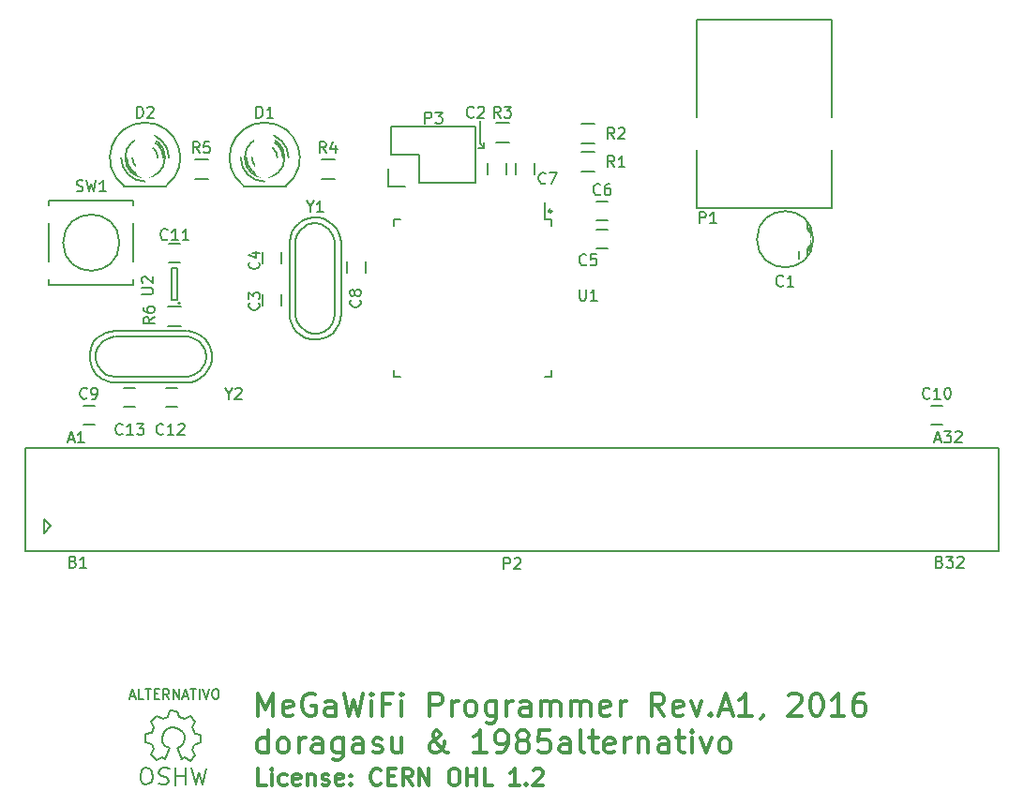
<source format=gbr>
G04 #@! TF.GenerationSoftware,KiCad,Pcbnew,(2017-02-04 revision 9a6e5734b)-master*
G04 #@! TF.CreationDate,2017-03-24T17:35:15+01:00*
G04 #@! TF.ProjectId,mega-prog,6D6567612D70726F672E6B696361645F,Proto 1*
G04 #@! TF.FileFunction,Legend,Top*
G04 #@! TF.FilePolarity,Positive*
%FSLAX46Y46*%
G04 Gerber Fmt 4.6, Leading zero omitted, Abs format (unit mm)*
G04 Created by KiCad (PCBNEW (2017-02-04 revision 9a6e5734b)-master) date Fri Mar 24 17:35:15 2017*
%MOMM*%
%LPD*%
G01*
G04 APERTURE LIST*
%ADD10C,0.100000*%
%ADD11C,0.300000*%
%ADD12C,0.152400*%
%ADD13C,0.254000*%
%ADD14C,0.304800*%
%ADD15C,0.200000*%
%ADD16C,0.150000*%
%ADD17C,0.203200*%
%ADD18C,0.457200*%
%ADD19C,0.010000*%
%ADD20R,0.652400X1.652400*%
%ADD21R,1.652400X0.652400*%
%ADD22C,1.676400*%
%ADD23C,2.852420*%
%ADD24C,1.549400*%
%ADD25R,1.402400X1.152400*%
%ADD26C,1.930400*%
%ADD27R,1.152400X1.402400*%
%ADD28C,1.828800*%
%ADD29R,0.852400X1.452400*%
%ADD30C,1.653540*%
%ADD31R,2.151380X2.151380*%
%ADD32C,2.151380*%
%ADD33R,1.879600X1.879600*%
%ADD34O,1.879600X1.879600*%
%ADD35R,1.212400X0.802400*%
G04 APERTURE END LIST*
D10*
D11*
X124583428Y-126789571D02*
X123869142Y-126789571D01*
X123869142Y-125289571D01*
X125083428Y-126789571D02*
X125083428Y-125789571D01*
X125083428Y-125289571D02*
X125012000Y-125361000D01*
X125083428Y-125432428D01*
X125154857Y-125361000D01*
X125083428Y-125289571D01*
X125083428Y-125432428D01*
X126440571Y-126718142D02*
X126297714Y-126789571D01*
X126012000Y-126789571D01*
X125869142Y-126718142D01*
X125797714Y-126646714D01*
X125726285Y-126503857D01*
X125726285Y-126075285D01*
X125797714Y-125932428D01*
X125869142Y-125861000D01*
X126012000Y-125789571D01*
X126297714Y-125789571D01*
X126440571Y-125861000D01*
X127654857Y-126718142D02*
X127512000Y-126789571D01*
X127226285Y-126789571D01*
X127083428Y-126718142D01*
X127012000Y-126575285D01*
X127012000Y-126003857D01*
X127083428Y-125861000D01*
X127226285Y-125789571D01*
X127512000Y-125789571D01*
X127654857Y-125861000D01*
X127726285Y-126003857D01*
X127726285Y-126146714D01*
X127012000Y-126289571D01*
X128369142Y-125789571D02*
X128369142Y-126789571D01*
X128369142Y-125932428D02*
X128440571Y-125861000D01*
X128583428Y-125789571D01*
X128797714Y-125789571D01*
X128940571Y-125861000D01*
X129012000Y-126003857D01*
X129012000Y-126789571D01*
X129654857Y-126718142D02*
X129797714Y-126789571D01*
X130083428Y-126789571D01*
X130226285Y-126718142D01*
X130297714Y-126575285D01*
X130297714Y-126503857D01*
X130226285Y-126361000D01*
X130083428Y-126289571D01*
X129869142Y-126289571D01*
X129726285Y-126218142D01*
X129654857Y-126075285D01*
X129654857Y-126003857D01*
X129726285Y-125861000D01*
X129869142Y-125789571D01*
X130083428Y-125789571D01*
X130226285Y-125861000D01*
X131512000Y-126718142D02*
X131369142Y-126789571D01*
X131083428Y-126789571D01*
X130940571Y-126718142D01*
X130869142Y-126575285D01*
X130869142Y-126003857D01*
X130940571Y-125861000D01*
X131083428Y-125789571D01*
X131369142Y-125789571D01*
X131512000Y-125861000D01*
X131583428Y-126003857D01*
X131583428Y-126146714D01*
X130869142Y-126289571D01*
X132226285Y-126646714D02*
X132297714Y-126718142D01*
X132226285Y-126789571D01*
X132154857Y-126718142D01*
X132226285Y-126646714D01*
X132226285Y-126789571D01*
X132226285Y-125861000D02*
X132297714Y-125932428D01*
X132226285Y-126003857D01*
X132154857Y-125932428D01*
X132226285Y-125861000D01*
X132226285Y-126003857D01*
X134940571Y-126646714D02*
X134869142Y-126718142D01*
X134654857Y-126789571D01*
X134512000Y-126789571D01*
X134297714Y-126718142D01*
X134154857Y-126575285D01*
X134083428Y-126432428D01*
X134012000Y-126146714D01*
X134012000Y-125932428D01*
X134083428Y-125646714D01*
X134154857Y-125503857D01*
X134297714Y-125361000D01*
X134512000Y-125289571D01*
X134654857Y-125289571D01*
X134869142Y-125361000D01*
X134940571Y-125432428D01*
X135583428Y-126003857D02*
X136083428Y-126003857D01*
X136297714Y-126789571D02*
X135583428Y-126789571D01*
X135583428Y-125289571D01*
X136297714Y-125289571D01*
X137797714Y-126789571D02*
X137297714Y-126075285D01*
X136940571Y-126789571D02*
X136940571Y-125289571D01*
X137512000Y-125289571D01*
X137654857Y-125361000D01*
X137726285Y-125432428D01*
X137797714Y-125575285D01*
X137797714Y-125789571D01*
X137726285Y-125932428D01*
X137654857Y-126003857D01*
X137512000Y-126075285D01*
X136940571Y-126075285D01*
X138440571Y-126789571D02*
X138440571Y-125289571D01*
X139297714Y-126789571D01*
X139297714Y-125289571D01*
X141440571Y-125289571D02*
X141726285Y-125289571D01*
X141869142Y-125361000D01*
X142012000Y-125503857D01*
X142083428Y-125789571D01*
X142083428Y-126289571D01*
X142012000Y-126575285D01*
X141869142Y-126718142D01*
X141726285Y-126789571D01*
X141440571Y-126789571D01*
X141297714Y-126718142D01*
X141154857Y-126575285D01*
X141083428Y-126289571D01*
X141083428Y-125789571D01*
X141154857Y-125503857D01*
X141297714Y-125361000D01*
X141440571Y-125289571D01*
X142726285Y-126789571D02*
X142726285Y-125289571D01*
X142726285Y-126003857D02*
X143583428Y-126003857D01*
X143583428Y-126789571D02*
X143583428Y-125289571D01*
X145012000Y-126789571D02*
X144297714Y-126789571D01*
X144297714Y-125289571D01*
X147440571Y-126789571D02*
X146583428Y-126789571D01*
X147012000Y-126789571D02*
X147012000Y-125289571D01*
X146869142Y-125503857D01*
X146726285Y-125646714D01*
X146583428Y-125718142D01*
X148083428Y-126646714D02*
X148154857Y-126718142D01*
X148083428Y-126789571D01*
X148012000Y-126718142D01*
X148083428Y-126646714D01*
X148083428Y-126789571D01*
X148726285Y-125432428D02*
X148797714Y-125361000D01*
X148940571Y-125289571D01*
X149297714Y-125289571D01*
X149440571Y-125361000D01*
X149512000Y-125432428D01*
X149583428Y-125575285D01*
X149583428Y-125718142D01*
X149512000Y-125932428D01*
X148654857Y-126789571D01*
X149583428Y-126789571D01*
D12*
X112331500Y-118766166D02*
X112754833Y-118766166D01*
X112246833Y-119020166D02*
X112543166Y-118131166D01*
X112839500Y-119020166D01*
X113559166Y-119020166D02*
X113135833Y-119020166D01*
X113135833Y-118131166D01*
X113728500Y-118131166D02*
X114236500Y-118131166D01*
X113982500Y-119020166D02*
X113982500Y-118131166D01*
X114532833Y-118554500D02*
X114829166Y-118554500D01*
X114956166Y-119020166D02*
X114532833Y-119020166D01*
X114532833Y-118131166D01*
X114956166Y-118131166D01*
X115845166Y-119020166D02*
X115548833Y-118596833D01*
X115337166Y-119020166D02*
X115337166Y-118131166D01*
X115675833Y-118131166D01*
X115760500Y-118173500D01*
X115802833Y-118215833D01*
X115845166Y-118300500D01*
X115845166Y-118427500D01*
X115802833Y-118512166D01*
X115760500Y-118554500D01*
X115675833Y-118596833D01*
X115337166Y-118596833D01*
X116226166Y-119020166D02*
X116226166Y-118131166D01*
X116734166Y-119020166D01*
X116734166Y-118131166D01*
X117115166Y-118766166D02*
X117538500Y-118766166D01*
X117030500Y-119020166D02*
X117326833Y-118131166D01*
X117623166Y-119020166D01*
X117792500Y-118131166D02*
X118300500Y-118131166D01*
X118046500Y-119020166D02*
X118046500Y-118131166D01*
X118596833Y-119020166D02*
X118596833Y-118131166D01*
X118893166Y-118131166D02*
X119189500Y-119020166D01*
X119485833Y-118131166D01*
X119951500Y-118131166D02*
X120120833Y-118131166D01*
X120205500Y-118173500D01*
X120290166Y-118258166D01*
X120332500Y-118427500D01*
X120332500Y-118723833D01*
X120290166Y-118893166D01*
X120205500Y-118977833D01*
X120120833Y-119020166D01*
X119951500Y-119020166D01*
X119866833Y-118977833D01*
X119782166Y-118893166D01*
X119739833Y-118723833D01*
X119739833Y-118427500D01*
X119782166Y-118258166D01*
X119866833Y-118173500D01*
X119951500Y-118131166D01*
D13*
X150368000Y-74930000D02*
G75*
G03X150368000Y-74930000I-127000J0D01*
G01*
D14*
X123871929Y-120527838D02*
X123871929Y-118495838D01*
X124549262Y-119947266D01*
X125226596Y-118495838D01*
X125226596Y-120527838D01*
X126968310Y-120431076D02*
X126774786Y-120527838D01*
X126387739Y-120527838D01*
X126194215Y-120431076D01*
X126097453Y-120237552D01*
X126097453Y-119463457D01*
X126194215Y-119269933D01*
X126387739Y-119173171D01*
X126774786Y-119173171D01*
X126968310Y-119269933D01*
X127065072Y-119463457D01*
X127065072Y-119656980D01*
X126097453Y-119850504D01*
X129000310Y-118592600D02*
X128806786Y-118495838D01*
X128516500Y-118495838D01*
X128226215Y-118592600D01*
X128032691Y-118786123D01*
X127935929Y-118979647D01*
X127839167Y-119366695D01*
X127839167Y-119656980D01*
X127935929Y-120044028D01*
X128032691Y-120237552D01*
X128226215Y-120431076D01*
X128516500Y-120527838D01*
X128710024Y-120527838D01*
X129000310Y-120431076D01*
X129097072Y-120334314D01*
X129097072Y-119656980D01*
X128710024Y-119656980D01*
X130838786Y-120527838D02*
X130838786Y-119463457D01*
X130742024Y-119269933D01*
X130548500Y-119173171D01*
X130161453Y-119173171D01*
X129967929Y-119269933D01*
X130838786Y-120431076D02*
X130645262Y-120527838D01*
X130161453Y-120527838D01*
X129967929Y-120431076D01*
X129871167Y-120237552D01*
X129871167Y-120044028D01*
X129967929Y-119850504D01*
X130161453Y-119753742D01*
X130645262Y-119753742D01*
X130838786Y-119656980D01*
X131612881Y-118495838D02*
X132096691Y-120527838D01*
X132483739Y-119076409D01*
X132870786Y-120527838D01*
X133354596Y-118495838D01*
X134128691Y-120527838D02*
X134128691Y-119173171D01*
X134128691Y-118495838D02*
X134031929Y-118592600D01*
X134128691Y-118689361D01*
X134225453Y-118592600D01*
X134128691Y-118495838D01*
X134128691Y-118689361D01*
X135773643Y-119463457D02*
X135096310Y-119463457D01*
X135096310Y-120527838D02*
X135096310Y-118495838D01*
X136063929Y-118495838D01*
X136838024Y-120527838D02*
X136838024Y-119173171D01*
X136838024Y-118495838D02*
X136741262Y-118592600D01*
X136838024Y-118689361D01*
X136934786Y-118592600D01*
X136838024Y-118495838D01*
X136838024Y-118689361D01*
X139353834Y-120527838D02*
X139353834Y-118495838D01*
X140127929Y-118495838D01*
X140321453Y-118592600D01*
X140418215Y-118689361D01*
X140514977Y-118882885D01*
X140514977Y-119173171D01*
X140418215Y-119366695D01*
X140321453Y-119463457D01*
X140127929Y-119560219D01*
X139353834Y-119560219D01*
X141385834Y-120527838D02*
X141385834Y-119173171D01*
X141385834Y-119560219D02*
X141482596Y-119366695D01*
X141579358Y-119269933D01*
X141772881Y-119173171D01*
X141966405Y-119173171D01*
X142934024Y-120527838D02*
X142740500Y-120431076D01*
X142643739Y-120334314D01*
X142546977Y-120140790D01*
X142546977Y-119560219D01*
X142643739Y-119366695D01*
X142740500Y-119269933D01*
X142934024Y-119173171D01*
X143224310Y-119173171D01*
X143417834Y-119269933D01*
X143514596Y-119366695D01*
X143611358Y-119560219D01*
X143611358Y-120140790D01*
X143514596Y-120334314D01*
X143417834Y-120431076D01*
X143224310Y-120527838D01*
X142934024Y-120527838D01*
X145353072Y-119173171D02*
X145353072Y-120818123D01*
X145256310Y-121011647D01*
X145159548Y-121108409D01*
X144966024Y-121205171D01*
X144675739Y-121205171D01*
X144482215Y-121108409D01*
X145353072Y-120431076D02*
X145159548Y-120527838D01*
X144772500Y-120527838D01*
X144578977Y-120431076D01*
X144482215Y-120334314D01*
X144385453Y-120140790D01*
X144385453Y-119560219D01*
X144482215Y-119366695D01*
X144578977Y-119269933D01*
X144772500Y-119173171D01*
X145159548Y-119173171D01*
X145353072Y-119269933D01*
X146320691Y-120527838D02*
X146320691Y-119173171D01*
X146320691Y-119560219D02*
X146417453Y-119366695D01*
X146514215Y-119269933D01*
X146707739Y-119173171D01*
X146901262Y-119173171D01*
X148449453Y-120527838D02*
X148449453Y-119463457D01*
X148352691Y-119269933D01*
X148159167Y-119173171D01*
X147772120Y-119173171D01*
X147578596Y-119269933D01*
X148449453Y-120431076D02*
X148255929Y-120527838D01*
X147772120Y-120527838D01*
X147578596Y-120431076D01*
X147481834Y-120237552D01*
X147481834Y-120044028D01*
X147578596Y-119850504D01*
X147772120Y-119753742D01*
X148255929Y-119753742D01*
X148449453Y-119656980D01*
X149417072Y-120527838D02*
X149417072Y-119173171D01*
X149417072Y-119366695D02*
X149513834Y-119269933D01*
X149707358Y-119173171D01*
X149997643Y-119173171D01*
X150191167Y-119269933D01*
X150287929Y-119463457D01*
X150287929Y-120527838D01*
X150287929Y-119463457D02*
X150384691Y-119269933D01*
X150578215Y-119173171D01*
X150868500Y-119173171D01*
X151062024Y-119269933D01*
X151158786Y-119463457D01*
X151158786Y-120527838D01*
X152126405Y-120527838D02*
X152126405Y-119173171D01*
X152126405Y-119366695D02*
X152223167Y-119269933D01*
X152416691Y-119173171D01*
X152706977Y-119173171D01*
X152900500Y-119269933D01*
X152997262Y-119463457D01*
X152997262Y-120527838D01*
X152997262Y-119463457D02*
X153094024Y-119269933D01*
X153287548Y-119173171D01*
X153577834Y-119173171D01*
X153771358Y-119269933D01*
X153868120Y-119463457D01*
X153868120Y-120527838D01*
X155609834Y-120431076D02*
X155416310Y-120527838D01*
X155029262Y-120527838D01*
X154835739Y-120431076D01*
X154738977Y-120237552D01*
X154738977Y-119463457D01*
X154835739Y-119269933D01*
X155029262Y-119173171D01*
X155416310Y-119173171D01*
X155609834Y-119269933D01*
X155706596Y-119463457D01*
X155706596Y-119656980D01*
X154738977Y-119850504D01*
X156577453Y-120527838D02*
X156577453Y-119173171D01*
X156577453Y-119560219D02*
X156674215Y-119366695D01*
X156770977Y-119269933D01*
X156964500Y-119173171D01*
X157158024Y-119173171D01*
X160544691Y-120527838D02*
X159867358Y-119560219D01*
X159383548Y-120527838D02*
X159383548Y-118495838D01*
X160157643Y-118495838D01*
X160351167Y-118592600D01*
X160447929Y-118689361D01*
X160544691Y-118882885D01*
X160544691Y-119173171D01*
X160447929Y-119366695D01*
X160351167Y-119463457D01*
X160157643Y-119560219D01*
X159383548Y-119560219D01*
X162189643Y-120431076D02*
X161996120Y-120527838D01*
X161609072Y-120527838D01*
X161415548Y-120431076D01*
X161318786Y-120237552D01*
X161318786Y-119463457D01*
X161415548Y-119269933D01*
X161609072Y-119173171D01*
X161996120Y-119173171D01*
X162189643Y-119269933D01*
X162286405Y-119463457D01*
X162286405Y-119656980D01*
X161318786Y-119850504D01*
X162963739Y-119173171D02*
X163447548Y-120527838D01*
X163931358Y-119173171D01*
X164705453Y-120334314D02*
X164802215Y-120431076D01*
X164705453Y-120527838D01*
X164608691Y-120431076D01*
X164705453Y-120334314D01*
X164705453Y-120527838D01*
X165576310Y-119947266D02*
X166543929Y-119947266D01*
X165382786Y-120527838D02*
X166060120Y-118495838D01*
X166737453Y-120527838D01*
X168479167Y-120527838D02*
X167318024Y-120527838D01*
X167898596Y-120527838D02*
X167898596Y-118495838D01*
X167705072Y-118786123D01*
X167511548Y-118979647D01*
X167318024Y-119076409D01*
X169446786Y-120431076D02*
X169446786Y-120527838D01*
X169350024Y-120721361D01*
X169253262Y-120818123D01*
X171769072Y-118689361D02*
X171865834Y-118592600D01*
X172059358Y-118495838D01*
X172543167Y-118495838D01*
X172736691Y-118592600D01*
X172833453Y-118689361D01*
X172930215Y-118882885D01*
X172930215Y-119076409D01*
X172833453Y-119366695D01*
X171672310Y-120527838D01*
X172930215Y-120527838D01*
X174188120Y-118495838D02*
X174381643Y-118495838D01*
X174575167Y-118592600D01*
X174671929Y-118689361D01*
X174768691Y-118882885D01*
X174865453Y-119269933D01*
X174865453Y-119753742D01*
X174768691Y-120140790D01*
X174671929Y-120334314D01*
X174575167Y-120431076D01*
X174381643Y-120527838D01*
X174188120Y-120527838D01*
X173994596Y-120431076D01*
X173897834Y-120334314D01*
X173801072Y-120140790D01*
X173704310Y-119753742D01*
X173704310Y-119269933D01*
X173801072Y-118882885D01*
X173897834Y-118689361D01*
X173994596Y-118592600D01*
X174188120Y-118495838D01*
X176800691Y-120527838D02*
X175639548Y-120527838D01*
X176220120Y-120527838D02*
X176220120Y-118495838D01*
X176026596Y-118786123D01*
X175833072Y-118979647D01*
X175639548Y-119076409D01*
X178542405Y-118495838D02*
X178155358Y-118495838D01*
X177961834Y-118592600D01*
X177865072Y-118689361D01*
X177671548Y-118979647D01*
X177574786Y-119366695D01*
X177574786Y-120140790D01*
X177671548Y-120334314D01*
X177768310Y-120431076D01*
X177961834Y-120527838D01*
X178348881Y-120527838D01*
X178542405Y-120431076D01*
X178639167Y-120334314D01*
X178735929Y-120140790D01*
X178735929Y-119656980D01*
X178639167Y-119463457D01*
X178542405Y-119366695D01*
X178348881Y-119269933D01*
X177961834Y-119269933D01*
X177768310Y-119366695D01*
X177671548Y-119463457D01*
X177574786Y-119656980D01*
X124742786Y-123880638D02*
X124742786Y-121848638D01*
X124742786Y-123783876D02*
X124549262Y-123880638D01*
X124162215Y-123880638D01*
X123968691Y-123783876D01*
X123871929Y-123687114D01*
X123775167Y-123493590D01*
X123775167Y-122913019D01*
X123871929Y-122719495D01*
X123968691Y-122622733D01*
X124162215Y-122525971D01*
X124549262Y-122525971D01*
X124742786Y-122622733D01*
X126000691Y-123880638D02*
X125807167Y-123783876D01*
X125710405Y-123687114D01*
X125613643Y-123493590D01*
X125613643Y-122913019D01*
X125710405Y-122719495D01*
X125807167Y-122622733D01*
X126000691Y-122525971D01*
X126290977Y-122525971D01*
X126484500Y-122622733D01*
X126581262Y-122719495D01*
X126678024Y-122913019D01*
X126678024Y-123493590D01*
X126581262Y-123687114D01*
X126484500Y-123783876D01*
X126290977Y-123880638D01*
X126000691Y-123880638D01*
X127548881Y-123880638D02*
X127548881Y-122525971D01*
X127548881Y-122913019D02*
X127645643Y-122719495D01*
X127742405Y-122622733D01*
X127935929Y-122525971D01*
X128129453Y-122525971D01*
X129677643Y-123880638D02*
X129677643Y-122816257D01*
X129580881Y-122622733D01*
X129387358Y-122525971D01*
X129000310Y-122525971D01*
X128806786Y-122622733D01*
X129677643Y-123783876D02*
X129484120Y-123880638D01*
X129000310Y-123880638D01*
X128806786Y-123783876D01*
X128710024Y-123590352D01*
X128710024Y-123396828D01*
X128806786Y-123203304D01*
X129000310Y-123106542D01*
X129484120Y-123106542D01*
X129677643Y-123009780D01*
X131516120Y-122525971D02*
X131516120Y-124170923D01*
X131419358Y-124364447D01*
X131322596Y-124461209D01*
X131129072Y-124557971D01*
X130838786Y-124557971D01*
X130645262Y-124461209D01*
X131516120Y-123783876D02*
X131322596Y-123880638D01*
X130935548Y-123880638D01*
X130742024Y-123783876D01*
X130645262Y-123687114D01*
X130548500Y-123493590D01*
X130548500Y-122913019D01*
X130645262Y-122719495D01*
X130742024Y-122622733D01*
X130935548Y-122525971D01*
X131322596Y-122525971D01*
X131516120Y-122622733D01*
X133354596Y-123880638D02*
X133354596Y-122816257D01*
X133257834Y-122622733D01*
X133064310Y-122525971D01*
X132677262Y-122525971D01*
X132483739Y-122622733D01*
X133354596Y-123783876D02*
X133161072Y-123880638D01*
X132677262Y-123880638D01*
X132483739Y-123783876D01*
X132386977Y-123590352D01*
X132386977Y-123396828D01*
X132483739Y-123203304D01*
X132677262Y-123106542D01*
X133161072Y-123106542D01*
X133354596Y-123009780D01*
X134225453Y-123783876D02*
X134418977Y-123880638D01*
X134806024Y-123880638D01*
X134999548Y-123783876D01*
X135096310Y-123590352D01*
X135096310Y-123493590D01*
X134999548Y-123300066D01*
X134806024Y-123203304D01*
X134515739Y-123203304D01*
X134322215Y-123106542D01*
X134225453Y-122913019D01*
X134225453Y-122816257D01*
X134322215Y-122622733D01*
X134515739Y-122525971D01*
X134806024Y-122525971D01*
X134999548Y-122622733D01*
X136838024Y-122525971D02*
X136838024Y-123880638D01*
X135967167Y-122525971D02*
X135967167Y-123590352D01*
X136063929Y-123783876D01*
X136257453Y-123880638D01*
X136547739Y-123880638D01*
X136741262Y-123783876D01*
X136838024Y-123687114D01*
X140998786Y-123880638D02*
X140902024Y-123880638D01*
X140708500Y-123783876D01*
X140418215Y-123493590D01*
X139934405Y-122913019D01*
X139740881Y-122622733D01*
X139644120Y-122332447D01*
X139644120Y-122138923D01*
X139740881Y-121945400D01*
X139934405Y-121848638D01*
X140031167Y-121848638D01*
X140224691Y-121945400D01*
X140321453Y-122138923D01*
X140321453Y-122235685D01*
X140224691Y-122429209D01*
X140127929Y-122525971D01*
X139547358Y-122913019D01*
X139450596Y-123009780D01*
X139353834Y-123203304D01*
X139353834Y-123493590D01*
X139450596Y-123687114D01*
X139547358Y-123783876D01*
X139740881Y-123880638D01*
X140031167Y-123880638D01*
X140224691Y-123783876D01*
X140321453Y-123687114D01*
X140611739Y-123300066D01*
X140708500Y-123009780D01*
X140708500Y-122816257D01*
X144482215Y-123880638D02*
X143321072Y-123880638D01*
X143901643Y-123880638D02*
X143901643Y-121848638D01*
X143708120Y-122138923D01*
X143514596Y-122332447D01*
X143321072Y-122429209D01*
X145449834Y-123880638D02*
X145836881Y-123880638D01*
X146030405Y-123783876D01*
X146127167Y-123687114D01*
X146320691Y-123396828D01*
X146417453Y-123009780D01*
X146417453Y-122235685D01*
X146320691Y-122042161D01*
X146223929Y-121945400D01*
X146030405Y-121848638D01*
X145643358Y-121848638D01*
X145449834Y-121945400D01*
X145353072Y-122042161D01*
X145256310Y-122235685D01*
X145256310Y-122719495D01*
X145353072Y-122913019D01*
X145449834Y-123009780D01*
X145643358Y-123106542D01*
X146030405Y-123106542D01*
X146223929Y-123009780D01*
X146320691Y-122913019D01*
X146417453Y-122719495D01*
X147578596Y-122719495D02*
X147385072Y-122622733D01*
X147288310Y-122525971D01*
X147191548Y-122332447D01*
X147191548Y-122235685D01*
X147288310Y-122042161D01*
X147385072Y-121945400D01*
X147578596Y-121848638D01*
X147965643Y-121848638D01*
X148159167Y-121945400D01*
X148255929Y-122042161D01*
X148352691Y-122235685D01*
X148352691Y-122332447D01*
X148255929Y-122525971D01*
X148159167Y-122622733D01*
X147965643Y-122719495D01*
X147578596Y-122719495D01*
X147385072Y-122816257D01*
X147288310Y-122913019D01*
X147191548Y-123106542D01*
X147191548Y-123493590D01*
X147288310Y-123687114D01*
X147385072Y-123783876D01*
X147578596Y-123880638D01*
X147965643Y-123880638D01*
X148159167Y-123783876D01*
X148255929Y-123687114D01*
X148352691Y-123493590D01*
X148352691Y-123106542D01*
X148255929Y-122913019D01*
X148159167Y-122816257D01*
X147965643Y-122719495D01*
X150191167Y-121848638D02*
X149223548Y-121848638D01*
X149126786Y-122816257D01*
X149223548Y-122719495D01*
X149417072Y-122622733D01*
X149900881Y-122622733D01*
X150094405Y-122719495D01*
X150191167Y-122816257D01*
X150287929Y-123009780D01*
X150287929Y-123493590D01*
X150191167Y-123687114D01*
X150094405Y-123783876D01*
X149900881Y-123880638D01*
X149417072Y-123880638D01*
X149223548Y-123783876D01*
X149126786Y-123687114D01*
X152029643Y-123880638D02*
X152029643Y-122816257D01*
X151932881Y-122622733D01*
X151739358Y-122525971D01*
X151352310Y-122525971D01*
X151158786Y-122622733D01*
X152029643Y-123783876D02*
X151836120Y-123880638D01*
X151352310Y-123880638D01*
X151158786Y-123783876D01*
X151062024Y-123590352D01*
X151062024Y-123396828D01*
X151158786Y-123203304D01*
X151352310Y-123106542D01*
X151836120Y-123106542D01*
X152029643Y-123009780D01*
X153287548Y-123880638D02*
X153094024Y-123783876D01*
X152997262Y-123590352D01*
X152997262Y-121848638D01*
X153771358Y-122525971D02*
X154545453Y-122525971D01*
X154061643Y-121848638D02*
X154061643Y-123590352D01*
X154158405Y-123783876D01*
X154351929Y-123880638D01*
X154545453Y-123880638D01*
X155996881Y-123783876D02*
X155803358Y-123880638D01*
X155416310Y-123880638D01*
X155222786Y-123783876D01*
X155126024Y-123590352D01*
X155126024Y-122816257D01*
X155222786Y-122622733D01*
X155416310Y-122525971D01*
X155803358Y-122525971D01*
X155996881Y-122622733D01*
X156093643Y-122816257D01*
X156093643Y-123009780D01*
X155126024Y-123203304D01*
X156964500Y-123880638D02*
X156964500Y-122525971D01*
X156964500Y-122913019D02*
X157061262Y-122719495D01*
X157158024Y-122622733D01*
X157351548Y-122525971D01*
X157545072Y-122525971D01*
X158222405Y-122525971D02*
X158222405Y-123880638D01*
X158222405Y-122719495D02*
X158319167Y-122622733D01*
X158512691Y-122525971D01*
X158802977Y-122525971D01*
X158996500Y-122622733D01*
X159093262Y-122816257D01*
X159093262Y-123880638D01*
X160931739Y-123880638D02*
X160931739Y-122816257D01*
X160834977Y-122622733D01*
X160641453Y-122525971D01*
X160254405Y-122525971D01*
X160060881Y-122622733D01*
X160931739Y-123783876D02*
X160738215Y-123880638D01*
X160254405Y-123880638D01*
X160060881Y-123783876D01*
X159964120Y-123590352D01*
X159964120Y-123396828D01*
X160060881Y-123203304D01*
X160254405Y-123106542D01*
X160738215Y-123106542D01*
X160931739Y-123009780D01*
X161609072Y-122525971D02*
X162383167Y-122525971D01*
X161899358Y-121848638D02*
X161899358Y-123590352D01*
X161996120Y-123783876D01*
X162189643Y-123880638D01*
X162383167Y-123880638D01*
X163060500Y-123880638D02*
X163060500Y-122525971D01*
X163060500Y-121848638D02*
X162963739Y-121945400D01*
X163060500Y-122042161D01*
X163157262Y-121945400D01*
X163060500Y-121848638D01*
X163060500Y-122042161D01*
X163834596Y-122525971D02*
X164318405Y-123880638D01*
X164802215Y-122525971D01*
X165866596Y-123880638D02*
X165673072Y-123783876D01*
X165576310Y-123687114D01*
X165479548Y-123493590D01*
X165479548Y-122913019D01*
X165576310Y-122719495D01*
X165673072Y-122622733D01*
X165866596Y-122525971D01*
X166156881Y-122525971D01*
X166350405Y-122622733D01*
X166447167Y-122719495D01*
X166543929Y-122913019D01*
X166543929Y-123493590D01*
X166447167Y-123687114D01*
X166350405Y-123783876D01*
X166156881Y-123880638D01*
X165866596Y-123880638D01*
D15*
X144272000Y-69215000D02*
X143764000Y-69215000D01*
X144272000Y-69215000D02*
X144272000Y-68707000D01*
X143891000Y-68834000D02*
X144272000Y-69215000D01*
X143891000Y-66802000D02*
X143891000Y-68834000D01*
D16*
X150381000Y-75679000D02*
X149781000Y-75679000D01*
X150381000Y-89929000D02*
X149781000Y-89929000D01*
X136131000Y-89929000D02*
X136731000Y-89929000D01*
X136131000Y-75679000D02*
X136731000Y-75679000D01*
X150381000Y-75679000D02*
X150381000Y-76279000D01*
X136131000Y-75679000D02*
X136131000Y-76279000D01*
X136131000Y-89929000D02*
X136131000Y-89329000D01*
X150381000Y-89929000D02*
X150381000Y-89329000D01*
X149781000Y-75679000D02*
X149781000Y-74154000D01*
X175641000Y-57658000D02*
X163449000Y-57658000D01*
X163449000Y-57658000D02*
X163449000Y-74676000D01*
X163449000Y-74676000D02*
X175641000Y-74676000D01*
X175641000Y-74676000D02*
X175641000Y-57658000D01*
X111343294Y-77780142D02*
G75*
G03X111343294Y-77780142I-2540000J0D01*
G01*
X112613294Y-81590142D02*
X104993294Y-81590142D01*
X104993294Y-81590142D02*
X104993294Y-73970142D01*
X104993294Y-73970142D02*
X112613294Y-73970142D01*
X112613294Y-81590142D02*
X112613294Y-73970142D01*
X124245000Y-78621000D02*
X124245000Y-79621000D01*
X125945000Y-79621000D02*
X125945000Y-78621000D01*
D17*
X105156000Y-103378000D02*
X104521000Y-104013000D01*
X104521000Y-102743000D02*
X105156000Y-103378000D01*
X104521000Y-104013000D02*
X104521000Y-102743000D01*
X102870000Y-105638600D02*
X102870000Y-96291400D01*
X190754000Y-105638600D02*
X102870000Y-105638600D01*
X190754000Y-96291400D02*
X190754000Y-105638600D01*
X102870000Y-96291400D02*
X190754000Y-96291400D01*
D16*
X144565000Y-70620000D02*
X144565000Y-71620000D01*
X146265000Y-71620000D02*
X146265000Y-70620000D01*
X125945000Y-83431000D02*
X125945000Y-82431000D01*
X124245000Y-82431000D02*
X124245000Y-83431000D01*
X155440000Y-76620000D02*
X154440000Y-76620000D01*
X154440000Y-78320000D02*
X155440000Y-78320000D01*
X155440000Y-74080000D02*
X154440000Y-74080000D01*
X154440000Y-75780000D02*
X155440000Y-75780000D01*
X147105000Y-70620000D02*
X147105000Y-71620000D01*
X148805000Y-71620000D02*
X148805000Y-70620000D01*
X133565000Y-80510000D02*
X133565000Y-79510000D01*
X131865000Y-79510000D02*
X131865000Y-80510000D01*
X108085000Y-94195000D02*
X109085000Y-94195000D01*
X109085000Y-92495000D02*
X108085000Y-92495000D01*
X185650000Y-92495000D02*
X184650000Y-92495000D01*
X184650000Y-94195000D02*
X185650000Y-94195000D01*
X122555000Y-72694800D02*
X126365000Y-72694800D01*
X126256051Y-70104000D02*
G75*
G03X126256051Y-70104000I-1796051J0D01*
G01*
X126367668Y-72641997D02*
G75*
G03X122555000Y-72644000I-1907668J2537997D01*
G01*
X125603000Y-70104000D02*
G75*
G03X124460000Y-68961000I-1143000J0D01*
G01*
X123317000Y-70104000D02*
G75*
G03X124460000Y-71247000I1143000J0D01*
G01*
X126111000Y-70104000D02*
G75*
G03X124460000Y-68453000I-1651000J0D01*
G01*
X122809000Y-70104000D02*
G75*
G03X124460000Y-71755000I1651000J0D01*
G01*
X126619000Y-70104000D02*
G75*
G03X124460000Y-67945000I-2159000J0D01*
G01*
X122301000Y-70104000D02*
G75*
G03X124460000Y-72263000I2159000J0D01*
G01*
X111760000Y-72694800D02*
X115570000Y-72694800D01*
X115461051Y-70104000D02*
G75*
G03X115461051Y-70104000I-1796051J0D01*
G01*
X115572668Y-72641997D02*
G75*
G03X111760000Y-72644000I-1907668J2537997D01*
G01*
X114808000Y-70104000D02*
G75*
G03X113665000Y-68961000I-1143000J0D01*
G01*
X112522000Y-70104000D02*
G75*
G03X113665000Y-71247000I1143000J0D01*
G01*
X115316000Y-70104000D02*
G75*
G03X113665000Y-68453000I-1651000J0D01*
G01*
X112014000Y-70104000D02*
G75*
G03X113665000Y-71755000I1651000J0D01*
G01*
X115824000Y-70104000D02*
G75*
G03X113665000Y-67945000I-2159000J0D01*
G01*
X111506000Y-70104000D02*
G75*
G03X113665000Y-72263000I2159000J0D01*
G01*
X154270000Y-71360000D02*
X153070000Y-71360000D01*
X153070000Y-69610000D02*
X154270000Y-69610000D01*
X154270000Y-68820000D02*
X153070000Y-68820000D01*
X153070000Y-67070000D02*
X154270000Y-67070000D01*
X145323000Y-66943000D02*
X146523000Y-66943000D01*
X146523000Y-68693000D02*
X145323000Y-68693000D01*
X129575000Y-70245000D02*
X130775000Y-70245000D01*
X130775000Y-71995000D02*
X129575000Y-71995000D01*
X118145000Y-70245000D02*
X119345000Y-70245000D01*
X119345000Y-71995000D02*
X118145000Y-71995000D01*
X128031240Y-76327000D02*
X128432560Y-76126340D01*
X128432560Y-76126340D02*
X129032000Y-76024740D01*
X129032000Y-76024740D02*
X129532380Y-76126340D01*
X129532380Y-76126340D02*
X130230880Y-76525120D01*
X130230880Y-76525120D02*
X130632200Y-77127100D01*
X130632200Y-77127100D02*
X130832860Y-77726540D01*
X130832860Y-77726540D02*
X130832860Y-84325460D01*
X130832860Y-84325460D02*
X130632200Y-85026500D01*
X130632200Y-85026500D02*
X130332480Y-85425280D01*
X130332480Y-85425280D02*
X129832100Y-85826600D01*
X129832100Y-85826600D02*
X129232660Y-86027260D01*
X129232660Y-86027260D02*
X128732280Y-86027260D01*
X128732280Y-86027260D02*
X128231900Y-85826600D01*
X128231900Y-85826600D02*
X127632460Y-85326220D01*
X127632460Y-85326220D02*
X127332740Y-84825840D01*
X127332740Y-84825840D02*
X127231140Y-84325460D01*
X127231140Y-84226400D02*
X127231140Y-77624940D01*
X127231140Y-77624940D02*
X127332740Y-77226160D01*
X127332740Y-77226160D02*
X127632460Y-76725780D01*
X127632460Y-76725780D02*
X128132840Y-76225400D01*
X126702820Y-84216240D02*
X126751080Y-84675980D01*
X126751080Y-84675980D02*
X126862840Y-85074760D01*
X126862840Y-85074760D02*
X127081280Y-85506560D01*
X127081280Y-85506560D02*
X127312420Y-85796120D01*
X127312420Y-85796120D02*
X127662940Y-86126320D01*
X127662940Y-86126320D02*
X128201420Y-86415880D01*
X128201420Y-86415880D02*
X128800860Y-86545420D01*
X128800860Y-86545420D02*
X129311400Y-86545420D01*
X129311400Y-86545420D02*
X130012440Y-86375240D01*
X130012440Y-86375240D02*
X130601720Y-85976460D01*
X130601720Y-85976460D02*
X130972560Y-85516720D01*
X130972560Y-85516720D02*
X131180840Y-85095080D01*
X131180840Y-85095080D02*
X131340860Y-84645500D01*
X131340860Y-84645500D02*
X131371340Y-84206080D01*
X131152900Y-76865480D02*
X130931920Y-76487020D01*
X130931920Y-76487020D02*
X130652520Y-76166980D01*
X130652520Y-76166980D02*
X130322320Y-75915520D01*
X130322320Y-75915520D02*
X129771140Y-75615800D01*
X129771140Y-75615800D02*
X129301240Y-75506580D01*
X129301240Y-75506580D02*
X128841500Y-75486260D01*
X128841500Y-75486260D02*
X128381760Y-75575160D01*
X128381760Y-75575160D02*
X127932180Y-75765660D01*
X127932180Y-75765660D02*
X127462280Y-76126340D01*
X127462280Y-76126340D02*
X127142240Y-76476860D01*
X127142240Y-76476860D02*
X126911100Y-76865480D01*
X126911100Y-76865480D02*
X126771400Y-77294740D01*
X126771400Y-77294740D02*
X126702820Y-77736700D01*
X131361180Y-84226400D02*
X131361180Y-77774800D01*
X131361180Y-77774800D02*
X131323080Y-77355700D01*
X131323080Y-77355700D02*
X131152900Y-76865480D01*
X126702820Y-84226400D02*
X126702820Y-77774800D01*
X117873780Y-125244860D02*
X118234460Y-126715520D01*
X118234460Y-126715520D02*
X118513860Y-125653800D01*
X118513860Y-125653800D02*
X118823740Y-126725680D01*
X118823740Y-126725680D02*
X119164100Y-125275340D01*
X116453920Y-125935740D02*
X117243860Y-125925580D01*
X117243860Y-125925580D02*
X117254020Y-125935740D01*
X117254020Y-125935740D02*
X117254020Y-125925580D01*
X117294660Y-125214380D02*
X117294660Y-126756160D01*
X116405660Y-125204220D02*
X116405660Y-126773940D01*
X116405660Y-126773940D02*
X116415820Y-126763780D01*
X115854480Y-125305820D02*
X115503960Y-125224540D01*
X115503960Y-125224540D02*
X115183920Y-125214380D01*
X115183920Y-125214380D02*
X114945160Y-125415040D01*
X114945160Y-125415040D02*
X114914680Y-125684280D01*
X114914680Y-125684280D02*
X115155980Y-125925580D01*
X115155980Y-125925580D02*
X115544600Y-126055120D01*
X115544600Y-126055120D02*
X115724940Y-126215140D01*
X115724940Y-126215140D02*
X115765580Y-126514860D01*
X115765580Y-126514860D02*
X115534440Y-126735840D01*
X115534440Y-126735840D02*
X115214400Y-126763780D01*
X115214400Y-126763780D02*
X114863880Y-126654560D01*
X113825020Y-125204220D02*
X113576100Y-125224540D01*
X113576100Y-125224540D02*
X113334800Y-125465840D01*
X113334800Y-125465840D02*
X113245900Y-125956060D01*
X113245900Y-125956060D02*
X113273840Y-126304040D01*
X113273840Y-126304040D02*
X113474500Y-126624080D01*
X113474500Y-126624080D02*
X113725960Y-126746000D01*
X113725960Y-126746000D02*
X114035840Y-126674880D01*
X114035840Y-126674880D02*
X114254280Y-126494540D01*
X114254280Y-126494540D02*
X114325400Y-126034800D01*
X114325400Y-126034800D02*
X114274600Y-125625860D01*
X114274600Y-125625860D02*
X114165380Y-125343920D01*
X114165380Y-125343920D02*
X113804700Y-125214380D01*
X114424460Y-123484640D02*
X114165380Y-124045980D01*
X114165380Y-124045980D02*
X114703860Y-124564140D01*
X114703860Y-124564140D02*
X115224560Y-124294900D01*
X115224560Y-124294900D02*
X115503960Y-124454920D01*
X116944140Y-124434600D02*
X117274340Y-124244100D01*
X117274340Y-124244100D02*
X117713760Y-124574300D01*
X117713760Y-124574300D02*
X118186200Y-124084080D01*
X118186200Y-124084080D02*
X117904260Y-123604020D01*
X117904260Y-123604020D02*
X118094760Y-123134120D01*
X118094760Y-123134120D02*
X118704360Y-122946160D01*
X118704360Y-122946160D02*
X118704360Y-122265440D01*
X118704360Y-122265440D02*
X118145560Y-122125740D01*
X118145560Y-122125740D02*
X117944900Y-121554240D01*
X117944900Y-121554240D02*
X118214140Y-121084340D01*
X118214140Y-121084340D02*
X117744240Y-120573800D01*
X117744240Y-120573800D02*
X117226080Y-120835420D01*
X117226080Y-120835420D02*
X116756180Y-120634760D01*
X116756180Y-120634760D02*
X116586000Y-120093740D01*
X116586000Y-120093740D02*
X115895120Y-120075960D01*
X115895120Y-120075960D02*
X115684300Y-120624600D01*
X115684300Y-120624600D02*
X115265200Y-120794780D01*
X115265200Y-120794780D02*
X114714020Y-120525540D01*
X114714020Y-120525540D02*
X114195860Y-121053860D01*
X114195860Y-121053860D02*
X114444780Y-121594880D01*
X114444780Y-121594880D02*
X114274600Y-122074940D01*
X114274600Y-122074940D02*
X113725960Y-122174000D01*
X113725960Y-122174000D02*
X113715800Y-122875040D01*
X113715800Y-122875040D02*
X114274600Y-123075700D01*
X114274600Y-123075700D02*
X114414300Y-123474480D01*
X116555520Y-123454160D02*
X116855240Y-123304300D01*
X116855240Y-123304300D02*
X117055900Y-123106180D01*
X117055900Y-123106180D02*
X117205760Y-122704860D01*
X117205760Y-122704860D02*
X117205760Y-122306080D01*
X117205760Y-122306080D02*
X117055900Y-121955560D01*
X117055900Y-121955560D02*
X116603780Y-121605040D01*
X116603780Y-121605040D02*
X116154200Y-121554240D01*
X116154200Y-121554240D02*
X115755420Y-121655840D01*
X115755420Y-121655840D02*
X115354100Y-122003820D01*
X115354100Y-122003820D02*
X115204240Y-122455940D01*
X115204240Y-122455940D02*
X115255040Y-122953780D01*
X115255040Y-122953780D02*
X115503960Y-123256040D01*
X115503960Y-123256040D02*
X115854480Y-123454160D01*
X115854480Y-123454160D02*
X115503960Y-124454920D01*
X116555520Y-123454160D02*
X116954300Y-124454920D01*
X172720000Y-78359000D02*
X172720000Y-79248000D01*
X173736000Y-78486000D02*
X173736000Y-76454000D01*
X173736000Y-76454000D02*
X173609000Y-76454000D01*
X173609000Y-76454000D02*
X173609000Y-78486000D01*
X173482000Y-75946000D02*
X173482000Y-78994000D01*
X173990000Y-77470000D02*
G75*
G03X173990000Y-77470000I-2540000J0D01*
G01*
X116832000Y-77890000D02*
X115832000Y-77890000D01*
X115832000Y-79590000D02*
X116832000Y-79590000D01*
X115578000Y-92620200D02*
X116578000Y-92620200D01*
X116578000Y-90920200D02*
X115578000Y-90920200D01*
X112768000Y-90920200D02*
X111768000Y-90920200D01*
X111768000Y-92620200D02*
X112768000Y-92620200D01*
X138430000Y-72390000D02*
X143510000Y-72390000D01*
X135610000Y-72670000D02*
X135610000Y-71120000D01*
X135890000Y-69850000D02*
X138430000Y-69850000D01*
X138430000Y-69850000D02*
X138430000Y-72390000D01*
X143510000Y-72390000D02*
X143510000Y-67310000D01*
X143510000Y-67310000D02*
X138430000Y-67310000D01*
X135610000Y-72670000D02*
X137160000Y-72670000D01*
X135890000Y-67310000D02*
X135890000Y-69850000D01*
X138430000Y-67310000D02*
X135890000Y-67310000D01*
X118872000Y-87086440D02*
X119072660Y-87487760D01*
X119072660Y-87487760D02*
X119174260Y-88087200D01*
X119174260Y-88087200D02*
X119072660Y-88587580D01*
X119072660Y-88587580D02*
X118673880Y-89286080D01*
X118673880Y-89286080D02*
X118071900Y-89687400D01*
X118071900Y-89687400D02*
X117472460Y-89888060D01*
X117472460Y-89888060D02*
X110873540Y-89888060D01*
X110873540Y-89888060D02*
X110172500Y-89687400D01*
X110172500Y-89687400D02*
X109773720Y-89387680D01*
X109773720Y-89387680D02*
X109372400Y-88887300D01*
X109372400Y-88887300D02*
X109171740Y-88287860D01*
X109171740Y-88287860D02*
X109171740Y-87787480D01*
X109171740Y-87787480D02*
X109372400Y-87287100D01*
X109372400Y-87287100D02*
X109872780Y-86687660D01*
X109872780Y-86687660D02*
X110373160Y-86387940D01*
X110373160Y-86387940D02*
X110873540Y-86286340D01*
X110972600Y-86286340D02*
X117574060Y-86286340D01*
X117574060Y-86286340D02*
X117972840Y-86387940D01*
X117972840Y-86387940D02*
X118473220Y-86687660D01*
X118473220Y-86687660D02*
X118973600Y-87188040D01*
X110982760Y-85758020D02*
X110523020Y-85806280D01*
X110523020Y-85806280D02*
X110124240Y-85918040D01*
X110124240Y-85918040D02*
X109692440Y-86136480D01*
X109692440Y-86136480D02*
X109402880Y-86367620D01*
X109402880Y-86367620D02*
X109072680Y-86718140D01*
X109072680Y-86718140D02*
X108783120Y-87256620D01*
X108783120Y-87256620D02*
X108653580Y-87856060D01*
X108653580Y-87856060D02*
X108653580Y-88366600D01*
X108653580Y-88366600D02*
X108823760Y-89067640D01*
X108823760Y-89067640D02*
X109222540Y-89656920D01*
X109222540Y-89656920D02*
X109682280Y-90027760D01*
X109682280Y-90027760D02*
X110103920Y-90236040D01*
X110103920Y-90236040D02*
X110553500Y-90396060D01*
X110553500Y-90396060D02*
X110992920Y-90426540D01*
X118333520Y-90208100D02*
X118711980Y-89987120D01*
X118711980Y-89987120D02*
X119032020Y-89707720D01*
X119032020Y-89707720D02*
X119283480Y-89377520D01*
X119283480Y-89377520D02*
X119583200Y-88826340D01*
X119583200Y-88826340D02*
X119692420Y-88356440D01*
X119692420Y-88356440D02*
X119712740Y-87896700D01*
X119712740Y-87896700D02*
X119623840Y-87436960D01*
X119623840Y-87436960D02*
X119433340Y-86987380D01*
X119433340Y-86987380D02*
X119072660Y-86517480D01*
X119072660Y-86517480D02*
X118722140Y-86197440D01*
X118722140Y-86197440D02*
X118333520Y-85966300D01*
X118333520Y-85966300D02*
X117904260Y-85826600D01*
X117904260Y-85826600D02*
X117462300Y-85758020D01*
X110972600Y-90416380D02*
X117424200Y-90416380D01*
X117424200Y-90416380D02*
X117843300Y-90378280D01*
X117843300Y-90378280D02*
X118333520Y-90208100D01*
X110972600Y-85758020D02*
X117424200Y-85758020D01*
X116832000Y-83234000D02*
G75*
G03X116832000Y-83234000I-100000J0D01*
G01*
X116082000Y-82984000D02*
X116582000Y-82984000D01*
X116082000Y-80084000D02*
X116082000Y-82984000D01*
X116582000Y-80084000D02*
X116082000Y-80084000D01*
X116582000Y-82984000D02*
X116582000Y-80084000D01*
X116932000Y-85330000D02*
X115732000Y-85330000D01*
X115732000Y-83580000D02*
X116932000Y-83580000D01*
D17*
X152908095Y-82002380D02*
X152908095Y-82811904D01*
X152955714Y-82907142D01*
X153003333Y-82954761D01*
X153098571Y-83002380D01*
X153289047Y-83002380D01*
X153384285Y-82954761D01*
X153431904Y-82907142D01*
X153479523Y-82811904D01*
X153479523Y-82002380D01*
X154479523Y-83002380D02*
X153908095Y-83002380D01*
X154193809Y-83002380D02*
X154193809Y-82002380D01*
X154098571Y-82145238D01*
X154003333Y-82240476D01*
X153908095Y-82288095D01*
X163726904Y-76017380D02*
X163726904Y-75017380D01*
X164107857Y-75017380D01*
X164203095Y-75065000D01*
X164250714Y-75112619D01*
X164298333Y-75207857D01*
X164298333Y-75350714D01*
X164250714Y-75445952D01*
X164203095Y-75493571D01*
X164107857Y-75541190D01*
X163726904Y-75541190D01*
X165250714Y-76017380D02*
X164679285Y-76017380D01*
X164965000Y-76017380D02*
X164965000Y-75017380D01*
X164869761Y-75160238D01*
X164774523Y-75255476D01*
X164679285Y-75303095D01*
X107469960Y-73104903D02*
X107612817Y-73152522D01*
X107850913Y-73152522D01*
X107946151Y-73104903D01*
X107993770Y-73057284D01*
X108041389Y-72962046D01*
X108041389Y-72866808D01*
X107993770Y-72771570D01*
X107946151Y-72723951D01*
X107850913Y-72676332D01*
X107660436Y-72628713D01*
X107565198Y-72581094D01*
X107517579Y-72533475D01*
X107469960Y-72438237D01*
X107469960Y-72342999D01*
X107517579Y-72247761D01*
X107565198Y-72200142D01*
X107660436Y-72152522D01*
X107898532Y-72152522D01*
X108041389Y-72200142D01*
X108374722Y-72152522D02*
X108612817Y-73152522D01*
X108803294Y-72438237D01*
X108993770Y-73152522D01*
X109231865Y-72152522D01*
X110136627Y-73152522D02*
X109565198Y-73152522D01*
X109850913Y-73152522D02*
X109850913Y-72152522D01*
X109755674Y-72295380D01*
X109660436Y-72390618D01*
X109565198Y-72438237D01*
X123928142Y-79541666D02*
X123975761Y-79589285D01*
X124023380Y-79732142D01*
X124023380Y-79827380D01*
X123975761Y-79970238D01*
X123880523Y-80065476D01*
X123785285Y-80113095D01*
X123594809Y-80160714D01*
X123451952Y-80160714D01*
X123261476Y-80113095D01*
X123166238Y-80065476D01*
X123071000Y-79970238D01*
X123023380Y-79827380D01*
X123023380Y-79732142D01*
X123071000Y-79589285D01*
X123118619Y-79541666D01*
X123356714Y-78684523D02*
X124023380Y-78684523D01*
X122975761Y-78922619D02*
X123690047Y-79160714D01*
X123690047Y-78541666D01*
X146073904Y-107259380D02*
X146073904Y-106259380D01*
X146454857Y-106259380D01*
X146550095Y-106307000D01*
X146597714Y-106354619D01*
X146645333Y-106449857D01*
X146645333Y-106592714D01*
X146597714Y-106687952D01*
X146550095Y-106735571D01*
X146454857Y-106783190D01*
X146073904Y-106783190D01*
X147026285Y-106354619D02*
X147073904Y-106307000D01*
X147169142Y-106259380D01*
X147407238Y-106259380D01*
X147502476Y-106307000D01*
X147550095Y-106354619D01*
X147597714Y-106449857D01*
X147597714Y-106545095D01*
X147550095Y-106687952D01*
X146978666Y-107259380D01*
X147597714Y-107259380D01*
X185413952Y-106607428D02*
X185559095Y-106655809D01*
X185607476Y-106704190D01*
X185655857Y-106800952D01*
X185655857Y-106946095D01*
X185607476Y-107042857D01*
X185559095Y-107091238D01*
X185462333Y-107139619D01*
X185075285Y-107139619D01*
X185075285Y-106123619D01*
X185413952Y-106123619D01*
X185510714Y-106172000D01*
X185559095Y-106220380D01*
X185607476Y-106317142D01*
X185607476Y-106413904D01*
X185559095Y-106510666D01*
X185510714Y-106559047D01*
X185413952Y-106607428D01*
X185075285Y-106607428D01*
X185994523Y-106123619D02*
X186623476Y-106123619D01*
X186284809Y-106510666D01*
X186429952Y-106510666D01*
X186526714Y-106559047D01*
X186575095Y-106607428D01*
X186623476Y-106704190D01*
X186623476Y-106946095D01*
X186575095Y-107042857D01*
X186526714Y-107091238D01*
X186429952Y-107139619D01*
X186139666Y-107139619D01*
X186042904Y-107091238D01*
X185994523Y-107042857D01*
X187010523Y-106220380D02*
X187058904Y-106172000D01*
X187155666Y-106123619D01*
X187397571Y-106123619D01*
X187494333Y-106172000D01*
X187542714Y-106220380D01*
X187591095Y-106317142D01*
X187591095Y-106413904D01*
X187542714Y-106559047D01*
X186962142Y-107139619D01*
X187591095Y-107139619D01*
X107157761Y-106607428D02*
X107302904Y-106655809D01*
X107351285Y-106704190D01*
X107399666Y-106800952D01*
X107399666Y-106946095D01*
X107351285Y-107042857D01*
X107302904Y-107091238D01*
X107206142Y-107139619D01*
X106819095Y-107139619D01*
X106819095Y-106123619D01*
X107157761Y-106123619D01*
X107254523Y-106172000D01*
X107302904Y-106220380D01*
X107351285Y-106317142D01*
X107351285Y-106413904D01*
X107302904Y-106510666D01*
X107254523Y-106559047D01*
X107157761Y-106607428D01*
X106819095Y-106607428D01*
X108367285Y-107139619D02*
X107786714Y-107139619D01*
X108077000Y-107139619D02*
X108077000Y-106123619D01*
X107980238Y-106268761D01*
X107883476Y-106365523D01*
X107786714Y-106413904D01*
X184972476Y-95546333D02*
X185456285Y-95546333D01*
X184875714Y-95836619D02*
X185214380Y-94820619D01*
X185553047Y-95836619D01*
X185794952Y-94820619D02*
X186423904Y-94820619D01*
X186085238Y-95207666D01*
X186230380Y-95207666D01*
X186327142Y-95256047D01*
X186375523Y-95304428D01*
X186423904Y-95401190D01*
X186423904Y-95643095D01*
X186375523Y-95739857D01*
X186327142Y-95788238D01*
X186230380Y-95836619D01*
X185940095Y-95836619D01*
X185843333Y-95788238D01*
X185794952Y-95739857D01*
X186810952Y-94917380D02*
X186859333Y-94869000D01*
X186956095Y-94820619D01*
X187198000Y-94820619D01*
X187294761Y-94869000D01*
X187343142Y-94917380D01*
X187391523Y-95014142D01*
X187391523Y-95110904D01*
X187343142Y-95256047D01*
X186762571Y-95836619D01*
X187391523Y-95836619D01*
X106716285Y-95546333D02*
X107200095Y-95546333D01*
X106619523Y-95836619D02*
X106958190Y-94820619D01*
X107296857Y-95836619D01*
X108167714Y-95836619D02*
X107587142Y-95836619D01*
X107877428Y-95836619D02*
X107877428Y-94820619D01*
X107780666Y-94965761D01*
X107683904Y-95062523D01*
X107587142Y-95110904D01*
X143343333Y-66397142D02*
X143295714Y-66444761D01*
X143152857Y-66492380D01*
X143057619Y-66492380D01*
X142914761Y-66444761D01*
X142819523Y-66349523D01*
X142771904Y-66254285D01*
X142724285Y-66063809D01*
X142724285Y-65920952D01*
X142771904Y-65730476D01*
X142819523Y-65635238D01*
X142914761Y-65540000D01*
X143057619Y-65492380D01*
X143152857Y-65492380D01*
X143295714Y-65540000D01*
X143343333Y-65587619D01*
X143724285Y-65587619D02*
X143771904Y-65540000D01*
X143867142Y-65492380D01*
X144105238Y-65492380D01*
X144200476Y-65540000D01*
X144248095Y-65587619D01*
X144295714Y-65682857D01*
X144295714Y-65778095D01*
X144248095Y-65920952D01*
X143676666Y-66492380D01*
X144295714Y-66492380D01*
X123928142Y-83224666D02*
X123975761Y-83272285D01*
X124023380Y-83415142D01*
X124023380Y-83510380D01*
X123975761Y-83653238D01*
X123880523Y-83748476D01*
X123785285Y-83796095D01*
X123594809Y-83843714D01*
X123451952Y-83843714D01*
X123261476Y-83796095D01*
X123166238Y-83748476D01*
X123071000Y-83653238D01*
X123023380Y-83510380D01*
X123023380Y-83415142D01*
X123071000Y-83272285D01*
X123118619Y-83224666D01*
X123023380Y-82891333D02*
X123023380Y-82272285D01*
X123404333Y-82605619D01*
X123404333Y-82462761D01*
X123451952Y-82367523D01*
X123499571Y-82319904D01*
X123594809Y-82272285D01*
X123832904Y-82272285D01*
X123928142Y-82319904D01*
X123975761Y-82367523D01*
X124023380Y-82462761D01*
X124023380Y-82748476D01*
X123975761Y-82843714D01*
X123928142Y-82891333D01*
X153503333Y-79732142D02*
X153455714Y-79779761D01*
X153312857Y-79827380D01*
X153217619Y-79827380D01*
X153074761Y-79779761D01*
X152979523Y-79684523D01*
X152931904Y-79589285D01*
X152884285Y-79398809D01*
X152884285Y-79255952D01*
X152931904Y-79065476D01*
X152979523Y-78970238D01*
X153074761Y-78875000D01*
X153217619Y-78827380D01*
X153312857Y-78827380D01*
X153455714Y-78875000D01*
X153503333Y-78922619D01*
X154408095Y-78827380D02*
X153931904Y-78827380D01*
X153884285Y-79303571D01*
X153931904Y-79255952D01*
X154027142Y-79208333D01*
X154265238Y-79208333D01*
X154360476Y-79255952D01*
X154408095Y-79303571D01*
X154455714Y-79398809D01*
X154455714Y-79636904D01*
X154408095Y-79732142D01*
X154360476Y-79779761D01*
X154265238Y-79827380D01*
X154027142Y-79827380D01*
X153931904Y-79779761D01*
X153884285Y-79732142D01*
X154773333Y-73382142D02*
X154725714Y-73429761D01*
X154582857Y-73477380D01*
X154487619Y-73477380D01*
X154344761Y-73429761D01*
X154249523Y-73334523D01*
X154201904Y-73239285D01*
X154154285Y-73048809D01*
X154154285Y-72905952D01*
X154201904Y-72715476D01*
X154249523Y-72620238D01*
X154344761Y-72525000D01*
X154487619Y-72477380D01*
X154582857Y-72477380D01*
X154725714Y-72525000D01*
X154773333Y-72572619D01*
X155630476Y-72477380D02*
X155440000Y-72477380D01*
X155344761Y-72525000D01*
X155297142Y-72572619D01*
X155201904Y-72715476D01*
X155154285Y-72905952D01*
X155154285Y-73286904D01*
X155201904Y-73382142D01*
X155249523Y-73429761D01*
X155344761Y-73477380D01*
X155535238Y-73477380D01*
X155630476Y-73429761D01*
X155678095Y-73382142D01*
X155725714Y-73286904D01*
X155725714Y-73048809D01*
X155678095Y-72953571D01*
X155630476Y-72905952D01*
X155535238Y-72858333D01*
X155344761Y-72858333D01*
X155249523Y-72905952D01*
X155201904Y-72953571D01*
X155154285Y-73048809D01*
X149820333Y-72366142D02*
X149772714Y-72413761D01*
X149629857Y-72461380D01*
X149534619Y-72461380D01*
X149391761Y-72413761D01*
X149296523Y-72318523D01*
X149248904Y-72223285D01*
X149201285Y-72032809D01*
X149201285Y-71889952D01*
X149248904Y-71699476D01*
X149296523Y-71604238D01*
X149391761Y-71509000D01*
X149534619Y-71461380D01*
X149629857Y-71461380D01*
X149772714Y-71509000D01*
X149820333Y-71556619D01*
X150153666Y-71461380D02*
X150820333Y-71461380D01*
X150391761Y-72461380D01*
X133072142Y-82970666D02*
X133119761Y-83018285D01*
X133167380Y-83161142D01*
X133167380Y-83256380D01*
X133119761Y-83399238D01*
X133024523Y-83494476D01*
X132929285Y-83542095D01*
X132738809Y-83589714D01*
X132595952Y-83589714D01*
X132405476Y-83542095D01*
X132310238Y-83494476D01*
X132215000Y-83399238D01*
X132167380Y-83256380D01*
X132167380Y-83161142D01*
X132215000Y-83018285D01*
X132262619Y-82970666D01*
X132595952Y-82399238D02*
X132548333Y-82494476D01*
X132500714Y-82542095D01*
X132405476Y-82589714D01*
X132357857Y-82589714D01*
X132262619Y-82542095D01*
X132215000Y-82494476D01*
X132167380Y-82399238D01*
X132167380Y-82208761D01*
X132215000Y-82113523D01*
X132262619Y-82065904D01*
X132357857Y-82018285D01*
X132405476Y-82018285D01*
X132500714Y-82065904D01*
X132548333Y-82113523D01*
X132595952Y-82208761D01*
X132595952Y-82399238D01*
X132643571Y-82494476D01*
X132691190Y-82542095D01*
X132786428Y-82589714D01*
X132976904Y-82589714D01*
X133072142Y-82542095D01*
X133119761Y-82494476D01*
X133167380Y-82399238D01*
X133167380Y-82208761D01*
X133119761Y-82113523D01*
X133072142Y-82065904D01*
X132976904Y-82018285D01*
X132786428Y-82018285D01*
X132691190Y-82065904D01*
X132643571Y-82113523D01*
X132595952Y-82208761D01*
X108418333Y-91797142D02*
X108370714Y-91844761D01*
X108227857Y-91892380D01*
X108132619Y-91892380D01*
X107989761Y-91844761D01*
X107894523Y-91749523D01*
X107846904Y-91654285D01*
X107799285Y-91463809D01*
X107799285Y-91320952D01*
X107846904Y-91130476D01*
X107894523Y-91035238D01*
X107989761Y-90940000D01*
X108132619Y-90892380D01*
X108227857Y-90892380D01*
X108370714Y-90940000D01*
X108418333Y-90987619D01*
X108894523Y-91892380D02*
X109085000Y-91892380D01*
X109180238Y-91844761D01*
X109227857Y-91797142D01*
X109323095Y-91654285D01*
X109370714Y-91463809D01*
X109370714Y-91082857D01*
X109323095Y-90987619D01*
X109275476Y-90940000D01*
X109180238Y-90892380D01*
X108989761Y-90892380D01*
X108894523Y-90940000D01*
X108846904Y-90987619D01*
X108799285Y-91082857D01*
X108799285Y-91320952D01*
X108846904Y-91416190D01*
X108894523Y-91463809D01*
X108989761Y-91511428D01*
X109180238Y-91511428D01*
X109275476Y-91463809D01*
X109323095Y-91416190D01*
X109370714Y-91320952D01*
X184507142Y-91797142D02*
X184459523Y-91844761D01*
X184316666Y-91892380D01*
X184221428Y-91892380D01*
X184078571Y-91844761D01*
X183983333Y-91749523D01*
X183935714Y-91654285D01*
X183888095Y-91463809D01*
X183888095Y-91320952D01*
X183935714Y-91130476D01*
X183983333Y-91035238D01*
X184078571Y-90940000D01*
X184221428Y-90892380D01*
X184316666Y-90892380D01*
X184459523Y-90940000D01*
X184507142Y-90987619D01*
X185459523Y-91892380D02*
X184888095Y-91892380D01*
X185173809Y-91892380D02*
X185173809Y-90892380D01*
X185078571Y-91035238D01*
X184983333Y-91130476D01*
X184888095Y-91178095D01*
X186078571Y-90892380D02*
X186173809Y-90892380D01*
X186269047Y-90940000D01*
X186316666Y-90987619D01*
X186364285Y-91082857D01*
X186411904Y-91273333D01*
X186411904Y-91511428D01*
X186364285Y-91701904D01*
X186316666Y-91797142D01*
X186269047Y-91844761D01*
X186173809Y-91892380D01*
X186078571Y-91892380D01*
X185983333Y-91844761D01*
X185935714Y-91797142D01*
X185888095Y-91701904D01*
X185840476Y-91511428D01*
X185840476Y-91273333D01*
X185888095Y-91082857D01*
X185935714Y-90987619D01*
X185983333Y-90940000D01*
X186078571Y-90892380D01*
X123721904Y-66492380D02*
X123721904Y-65492380D01*
X123960000Y-65492380D01*
X124102857Y-65540000D01*
X124198095Y-65635238D01*
X124245714Y-65730476D01*
X124293333Y-65920952D01*
X124293333Y-66063809D01*
X124245714Y-66254285D01*
X124198095Y-66349523D01*
X124102857Y-66444761D01*
X123960000Y-66492380D01*
X123721904Y-66492380D01*
X125245714Y-66492380D02*
X124674285Y-66492380D01*
X124960000Y-66492380D02*
X124960000Y-65492380D01*
X124864761Y-65635238D01*
X124769523Y-65730476D01*
X124674285Y-65778095D01*
X112926904Y-66492380D02*
X112926904Y-65492380D01*
X113165000Y-65492380D01*
X113307857Y-65540000D01*
X113403095Y-65635238D01*
X113450714Y-65730476D01*
X113498333Y-65920952D01*
X113498333Y-66063809D01*
X113450714Y-66254285D01*
X113403095Y-66349523D01*
X113307857Y-66444761D01*
X113165000Y-66492380D01*
X112926904Y-66492380D01*
X113879285Y-65587619D02*
X113926904Y-65540000D01*
X114022142Y-65492380D01*
X114260238Y-65492380D01*
X114355476Y-65540000D01*
X114403095Y-65587619D01*
X114450714Y-65682857D01*
X114450714Y-65778095D01*
X114403095Y-65920952D01*
X113831666Y-66492380D01*
X114450714Y-66492380D01*
X156043333Y-70937380D02*
X155710000Y-70461190D01*
X155471904Y-70937380D02*
X155471904Y-69937380D01*
X155852857Y-69937380D01*
X155948095Y-69985000D01*
X155995714Y-70032619D01*
X156043333Y-70127857D01*
X156043333Y-70270714D01*
X155995714Y-70365952D01*
X155948095Y-70413571D01*
X155852857Y-70461190D01*
X155471904Y-70461190D01*
X156995714Y-70937380D02*
X156424285Y-70937380D01*
X156710000Y-70937380D02*
X156710000Y-69937380D01*
X156614761Y-70080238D01*
X156519523Y-70175476D01*
X156424285Y-70223095D01*
X156043333Y-68397380D02*
X155710000Y-67921190D01*
X155471904Y-68397380D02*
X155471904Y-67397380D01*
X155852857Y-67397380D01*
X155948095Y-67445000D01*
X155995714Y-67492619D01*
X156043333Y-67587857D01*
X156043333Y-67730714D01*
X155995714Y-67825952D01*
X155948095Y-67873571D01*
X155852857Y-67921190D01*
X155471904Y-67921190D01*
X156424285Y-67492619D02*
X156471904Y-67445000D01*
X156567142Y-67397380D01*
X156805238Y-67397380D01*
X156900476Y-67445000D01*
X156948095Y-67492619D01*
X156995714Y-67587857D01*
X156995714Y-67683095D01*
X156948095Y-67825952D01*
X156376666Y-68397380D01*
X156995714Y-68397380D01*
X145756333Y-66492380D02*
X145423000Y-66016190D01*
X145184904Y-66492380D02*
X145184904Y-65492380D01*
X145565857Y-65492380D01*
X145661095Y-65540000D01*
X145708714Y-65587619D01*
X145756333Y-65682857D01*
X145756333Y-65825714D01*
X145708714Y-65920952D01*
X145661095Y-65968571D01*
X145565857Y-66016190D01*
X145184904Y-66016190D01*
X146089666Y-65492380D02*
X146708714Y-65492380D01*
X146375380Y-65873333D01*
X146518238Y-65873333D01*
X146613476Y-65920952D01*
X146661095Y-65968571D01*
X146708714Y-66063809D01*
X146708714Y-66301904D01*
X146661095Y-66397142D01*
X146613476Y-66444761D01*
X146518238Y-66492380D01*
X146232523Y-66492380D01*
X146137285Y-66444761D01*
X146089666Y-66397142D01*
X130008333Y-69667380D02*
X129675000Y-69191190D01*
X129436904Y-69667380D02*
X129436904Y-68667380D01*
X129817857Y-68667380D01*
X129913095Y-68715000D01*
X129960714Y-68762619D01*
X130008333Y-68857857D01*
X130008333Y-69000714D01*
X129960714Y-69095952D01*
X129913095Y-69143571D01*
X129817857Y-69191190D01*
X129436904Y-69191190D01*
X130865476Y-69000714D02*
X130865476Y-69667380D01*
X130627380Y-68619761D02*
X130389285Y-69334047D01*
X131008333Y-69334047D01*
X118578333Y-69667380D02*
X118245000Y-69191190D01*
X118006904Y-69667380D02*
X118006904Y-68667380D01*
X118387857Y-68667380D01*
X118483095Y-68715000D01*
X118530714Y-68762619D01*
X118578333Y-68857857D01*
X118578333Y-69000714D01*
X118530714Y-69095952D01*
X118483095Y-69143571D01*
X118387857Y-69191190D01*
X118006904Y-69191190D01*
X119483095Y-68667380D02*
X119006904Y-68667380D01*
X118959285Y-69143571D01*
X119006904Y-69095952D01*
X119102142Y-69048333D01*
X119340238Y-69048333D01*
X119435476Y-69095952D01*
X119483095Y-69143571D01*
X119530714Y-69238809D01*
X119530714Y-69476904D01*
X119483095Y-69572142D01*
X119435476Y-69619761D01*
X119340238Y-69667380D01*
X119102142Y-69667380D01*
X119006904Y-69619761D01*
X118959285Y-69572142D01*
X128555809Y-74525190D02*
X128555809Y-75001380D01*
X128222476Y-74001380D02*
X128555809Y-74525190D01*
X128889142Y-74001380D01*
X129746285Y-75001380D02*
X129174857Y-75001380D01*
X129460571Y-75001380D02*
X129460571Y-74001380D01*
X129365333Y-74144238D01*
X129270095Y-74239476D01*
X129174857Y-74287095D01*
X171283333Y-81637142D02*
X171235714Y-81684761D01*
X171092857Y-81732380D01*
X170997619Y-81732380D01*
X170854761Y-81684761D01*
X170759523Y-81589523D01*
X170711904Y-81494285D01*
X170664285Y-81303809D01*
X170664285Y-81160952D01*
X170711904Y-80970476D01*
X170759523Y-80875238D01*
X170854761Y-80780000D01*
X170997619Y-80732380D01*
X171092857Y-80732380D01*
X171235714Y-80780000D01*
X171283333Y-80827619D01*
X172235714Y-81732380D02*
X171664285Y-81732380D01*
X171950000Y-81732380D02*
X171950000Y-80732380D01*
X171854761Y-80875238D01*
X171759523Y-80970476D01*
X171664285Y-81018095D01*
X115678857Y-77451857D02*
X115630476Y-77500238D01*
X115485333Y-77548619D01*
X115388571Y-77548619D01*
X115243428Y-77500238D01*
X115146666Y-77403476D01*
X115098285Y-77306714D01*
X115049904Y-77113190D01*
X115049904Y-76968047D01*
X115098285Y-76774523D01*
X115146666Y-76677761D01*
X115243428Y-76581000D01*
X115388571Y-76532619D01*
X115485333Y-76532619D01*
X115630476Y-76581000D01*
X115678857Y-76629380D01*
X116646476Y-77548619D02*
X116065904Y-77548619D01*
X116356190Y-77548619D02*
X116356190Y-76532619D01*
X116259428Y-76677761D01*
X116162666Y-76774523D01*
X116065904Y-76822904D01*
X117614095Y-77548619D02*
X117033523Y-77548619D01*
X117323809Y-77548619D02*
X117323809Y-76532619D01*
X117227047Y-76677761D01*
X117130285Y-76774523D01*
X117033523Y-76822904D01*
X115297857Y-95054057D02*
X115249476Y-95102438D01*
X115104333Y-95150819D01*
X115007571Y-95150819D01*
X114862428Y-95102438D01*
X114765666Y-95005676D01*
X114717285Y-94908914D01*
X114668904Y-94715390D01*
X114668904Y-94570247D01*
X114717285Y-94376723D01*
X114765666Y-94279961D01*
X114862428Y-94183200D01*
X115007571Y-94134819D01*
X115104333Y-94134819D01*
X115249476Y-94183200D01*
X115297857Y-94231580D01*
X116265476Y-95150819D02*
X115684904Y-95150819D01*
X115975190Y-95150819D02*
X115975190Y-94134819D01*
X115878428Y-94279961D01*
X115781666Y-94376723D01*
X115684904Y-94425104D01*
X116652523Y-94231580D02*
X116700904Y-94183200D01*
X116797666Y-94134819D01*
X117039571Y-94134819D01*
X117136333Y-94183200D01*
X117184714Y-94231580D01*
X117233095Y-94328342D01*
X117233095Y-94425104D01*
X117184714Y-94570247D01*
X116604142Y-95150819D01*
X117233095Y-95150819D01*
X111614857Y-95054057D02*
X111566476Y-95102438D01*
X111421333Y-95150819D01*
X111324571Y-95150819D01*
X111179428Y-95102438D01*
X111082666Y-95005676D01*
X111034285Y-94908914D01*
X110985904Y-94715390D01*
X110985904Y-94570247D01*
X111034285Y-94376723D01*
X111082666Y-94279961D01*
X111179428Y-94183200D01*
X111324571Y-94134819D01*
X111421333Y-94134819D01*
X111566476Y-94183200D01*
X111614857Y-94231580D01*
X112582476Y-95150819D02*
X112001904Y-95150819D01*
X112292190Y-95150819D02*
X112292190Y-94134819D01*
X112195428Y-94279961D01*
X112098666Y-94376723D01*
X112001904Y-94425104D01*
X112921142Y-94134819D02*
X113550095Y-94134819D01*
X113211428Y-94521866D01*
X113356571Y-94521866D01*
X113453333Y-94570247D01*
X113501714Y-94618628D01*
X113550095Y-94715390D01*
X113550095Y-94957295D01*
X113501714Y-95054057D01*
X113453333Y-95102438D01*
X113356571Y-95150819D01*
X113066285Y-95150819D01*
X112969523Y-95102438D01*
X112921142Y-95054057D01*
X138950095Y-67007619D02*
X138950095Y-65991619D01*
X139337142Y-65991619D01*
X139433904Y-66040000D01*
X139482285Y-66088380D01*
X139530666Y-66185142D01*
X139530666Y-66330285D01*
X139482285Y-66427047D01*
X139433904Y-66475428D01*
X139337142Y-66523809D01*
X138950095Y-66523809D01*
X139869333Y-65991619D02*
X140498285Y-65991619D01*
X140159619Y-66378666D01*
X140304761Y-66378666D01*
X140401523Y-66427047D01*
X140449904Y-66475428D01*
X140498285Y-66572190D01*
X140498285Y-66814095D01*
X140449904Y-66910857D01*
X140401523Y-66959238D01*
X140304761Y-67007619D01*
X140014476Y-67007619D01*
X139917714Y-66959238D01*
X139869333Y-66910857D01*
X121182190Y-91415809D02*
X121182190Y-91899619D01*
X120843523Y-90883619D02*
X121182190Y-91415809D01*
X121520857Y-90883619D01*
X121811142Y-90980380D02*
X121859523Y-90932000D01*
X121956285Y-90883619D01*
X122198190Y-90883619D01*
X122294952Y-90932000D01*
X122343333Y-90980380D01*
X122391714Y-91077142D01*
X122391714Y-91173904D01*
X122343333Y-91319047D01*
X121762761Y-91899619D01*
X122391714Y-91899619D01*
X113362619Y-82435095D02*
X114185095Y-82435095D01*
X114281857Y-82386714D01*
X114330238Y-82338333D01*
X114378619Y-82241571D01*
X114378619Y-82048047D01*
X114330238Y-81951285D01*
X114281857Y-81902904D01*
X114185095Y-81854523D01*
X113362619Y-81854523D01*
X113459380Y-81419095D02*
X113411000Y-81370714D01*
X113362619Y-81273952D01*
X113362619Y-81032047D01*
X113411000Y-80935285D01*
X113459380Y-80886904D01*
X113556142Y-80838523D01*
X113652904Y-80838523D01*
X113798047Y-80886904D01*
X114378619Y-81467476D01*
X114378619Y-80838523D01*
X114505619Y-84497333D02*
X114021809Y-84836000D01*
X114505619Y-85077904D02*
X113489619Y-85077904D01*
X113489619Y-84690857D01*
X113538000Y-84594095D01*
X113586380Y-84545714D01*
X113683142Y-84497333D01*
X113828285Y-84497333D01*
X113925047Y-84545714D01*
X113973428Y-84594095D01*
X114021809Y-84690857D01*
X114021809Y-85077904D01*
X113489619Y-83626476D02*
X113489619Y-83820000D01*
X113538000Y-83916761D01*
X113586380Y-83965142D01*
X113731523Y-84061904D01*
X113925047Y-84110285D01*
X114312095Y-84110285D01*
X114408857Y-84061904D01*
X114457238Y-84013523D01*
X114505619Y-83916761D01*
X114505619Y-83723238D01*
X114457238Y-83626476D01*
X114408857Y-83578095D01*
X114312095Y-83529714D01*
X114070190Y-83529714D01*
X113973428Y-83578095D01*
X113925047Y-83626476D01*
X113876666Y-83723238D01*
X113876666Y-83916761D01*
X113925047Y-84013523D01*
X113973428Y-84061904D01*
X114070190Y-84110285D01*
%LPC*%
D14*
X184150000Y-110617000D02*
G75*
G03X184150000Y-110617000I-127000J0D01*
G01*
X184023000Y-110109000D02*
X183896000Y-108458000D01*
X184150000Y-108458000D02*
X184023000Y-110109000D01*
X183896000Y-108458000D02*
X184150000Y-108458000D01*
X181483000Y-111125000D02*
X186563000Y-111125000D01*
X184023000Y-107315000D02*
X181483000Y-111125000D01*
X186563000Y-111125000D02*
X184023000Y-107315000D01*
X109982000Y-110617000D02*
G75*
G03X109982000Y-110617000I-127000J0D01*
G01*
X109855000Y-110109000D02*
X109728000Y-108458000D01*
X109982000Y-108458000D02*
X109855000Y-110109000D01*
X109728000Y-108458000D02*
X109982000Y-108458000D01*
X109855000Y-107315000D02*
X107315000Y-111125000D01*
X112395000Y-111125000D02*
X109855000Y-107315000D01*
X107315000Y-111125000D02*
X112395000Y-111125000D01*
D18*
X120359714Y-110254142D02*
X120238761Y-110375095D01*
X119875904Y-110496047D01*
X119634000Y-110496047D01*
X119271142Y-110375095D01*
X119029238Y-110133190D01*
X118908285Y-109891285D01*
X118787333Y-109407476D01*
X118787333Y-109044619D01*
X118908285Y-108560809D01*
X119029238Y-108318904D01*
X119271142Y-108077000D01*
X119634000Y-107956047D01*
X119875904Y-107956047D01*
X120238761Y-108077000D01*
X120359714Y-108197952D01*
X121327333Y-109770333D02*
X122536857Y-109770333D01*
X121085428Y-110496047D02*
X121932095Y-107956047D01*
X122778761Y-110496047D01*
X125076857Y-110496047D02*
X124230190Y-109286523D01*
X123625428Y-110496047D02*
X123625428Y-107956047D01*
X124593047Y-107956047D01*
X124834952Y-108077000D01*
X124955904Y-108197952D01*
X125076857Y-108439857D01*
X125076857Y-108802714D01*
X124955904Y-109044619D01*
X124834952Y-109165571D01*
X124593047Y-109286523D01*
X123625428Y-109286523D01*
X125802571Y-107956047D02*
X127254000Y-107956047D01*
X126528285Y-110496047D02*
X126528285Y-107956047D01*
X129552095Y-110496047D02*
X128705428Y-109286523D01*
X128100666Y-110496047D02*
X128100666Y-107956047D01*
X129068285Y-107956047D01*
X129310190Y-108077000D01*
X129431142Y-108197952D01*
X129552095Y-108439857D01*
X129552095Y-108802714D01*
X129431142Y-109044619D01*
X129310190Y-109165571D01*
X129068285Y-109286523D01*
X128100666Y-109286523D01*
X130640666Y-110496047D02*
X130640666Y-107956047D01*
X131850190Y-110496047D02*
X131850190Y-107956047D01*
X132454952Y-107956047D01*
X132817809Y-108077000D01*
X133059714Y-108318904D01*
X133180666Y-108560809D01*
X133301619Y-109044619D01*
X133301619Y-109407476D01*
X133180666Y-109891285D01*
X133059714Y-110133190D01*
X132817809Y-110375095D01*
X132454952Y-110496047D01*
X131850190Y-110496047D01*
X135720666Y-108077000D02*
X135478761Y-107956047D01*
X135115904Y-107956047D01*
X134753047Y-108077000D01*
X134511142Y-108318904D01*
X134390190Y-108560809D01*
X134269238Y-109044619D01*
X134269238Y-109407476D01*
X134390190Y-109891285D01*
X134511142Y-110133190D01*
X134753047Y-110375095D01*
X135115904Y-110496047D01*
X135357809Y-110496047D01*
X135720666Y-110375095D01*
X135841619Y-110254142D01*
X135841619Y-109407476D01*
X135357809Y-109407476D01*
X136930190Y-109165571D02*
X137776857Y-109165571D01*
X138139714Y-110496047D02*
X136930190Y-110496047D01*
X136930190Y-107956047D01*
X138139714Y-107956047D01*
X142010190Y-109165571D02*
X141163523Y-109165571D01*
X141163523Y-110496047D02*
X141163523Y-107956047D01*
X142373047Y-107956047D01*
X144792095Y-110496047D02*
X143945428Y-109286523D01*
X143340666Y-110496047D02*
X143340666Y-107956047D01*
X144308285Y-107956047D01*
X144550190Y-108077000D01*
X144671142Y-108197952D01*
X144792095Y-108439857D01*
X144792095Y-108802714D01*
X144671142Y-109044619D01*
X144550190Y-109165571D01*
X144308285Y-109286523D01*
X143340666Y-109286523D01*
X146364476Y-107956047D02*
X146848285Y-107956047D01*
X147090190Y-108077000D01*
X147332095Y-108318904D01*
X147453047Y-108802714D01*
X147453047Y-109649380D01*
X147332095Y-110133190D01*
X147090190Y-110375095D01*
X146848285Y-110496047D01*
X146364476Y-110496047D01*
X146122571Y-110375095D01*
X145880666Y-110133190D01*
X145759714Y-109649380D01*
X145759714Y-108802714D01*
X145880666Y-108318904D01*
X146122571Y-108077000D01*
X146364476Y-107956047D01*
X148541619Y-110496047D02*
X148541619Y-107956047D01*
X149993047Y-110496047D01*
X149993047Y-107956047D01*
X150839714Y-107956047D02*
X152291142Y-107956047D01*
X151565428Y-110496047D02*
X151565428Y-107956047D01*
X154710190Y-107956047D02*
X156161619Y-107956047D01*
X155435904Y-110496047D02*
X155435904Y-107956047D01*
X157008285Y-110496047D02*
X157008285Y-107956047D01*
X157008285Y-109165571D02*
X158459714Y-109165571D01*
X158459714Y-110496047D02*
X158459714Y-107956047D01*
X159669238Y-110496047D02*
X159669238Y-107956047D01*
X160757809Y-110375095D02*
X161120666Y-110496047D01*
X161725428Y-110496047D01*
X161967333Y-110375095D01*
X162088285Y-110254142D01*
X162209238Y-110012238D01*
X162209238Y-109770333D01*
X162088285Y-109528428D01*
X161967333Y-109407476D01*
X161725428Y-109286523D01*
X161241619Y-109165571D01*
X160999714Y-109044619D01*
X160878761Y-108923666D01*
X160757809Y-108681761D01*
X160757809Y-108439857D01*
X160878761Y-108197952D01*
X160999714Y-108077000D01*
X161241619Y-107956047D01*
X161846380Y-107956047D01*
X162209238Y-108077000D01*
X165112095Y-110375095D02*
X165474952Y-110496047D01*
X166079714Y-110496047D01*
X166321619Y-110375095D01*
X166442571Y-110254142D01*
X166563523Y-110012238D01*
X166563523Y-109770333D01*
X166442571Y-109528428D01*
X166321619Y-109407476D01*
X166079714Y-109286523D01*
X165595904Y-109165571D01*
X165354000Y-109044619D01*
X165233047Y-108923666D01*
X165112095Y-108681761D01*
X165112095Y-108439857D01*
X165233047Y-108197952D01*
X165354000Y-108077000D01*
X165595904Y-107956047D01*
X166200666Y-107956047D01*
X166563523Y-108077000D01*
X167652095Y-110496047D02*
X167652095Y-107956047D01*
X168861619Y-110496047D02*
X168861619Y-107956047D01*
X169466380Y-107956047D01*
X169829238Y-108077000D01*
X170071142Y-108318904D01*
X170192095Y-108560809D01*
X170313047Y-109044619D01*
X170313047Y-109407476D01*
X170192095Y-109891285D01*
X170071142Y-110133190D01*
X169829238Y-110375095D01*
X169466380Y-110496047D01*
X168861619Y-110496047D01*
X171401619Y-109165571D02*
X172248285Y-109165571D01*
X172611142Y-110496047D02*
X171401619Y-110496047D01*
X171401619Y-107956047D01*
X172611142Y-107956047D01*
X173699714Y-110254142D02*
X173820666Y-110375095D01*
X173699714Y-110496047D01*
X173578761Y-110375095D01*
X173699714Y-110254142D01*
X173699714Y-110496047D01*
X173699714Y-109528428D02*
X173578761Y-108077000D01*
X173699714Y-107956047D01*
X173820666Y-108077000D01*
X173699714Y-109528428D01*
X173699714Y-107956047D01*
D19*
G36*
X115765980Y-115180340D02*
X116110770Y-114870930D01*
X116000150Y-116083550D01*
X115875740Y-116198990D01*
X115691330Y-116004990D01*
X115765980Y-115180340D01*
X115765980Y-115180340D01*
G37*
X115765980Y-115180340D02*
X116110770Y-114870930D01*
X116000150Y-116083550D01*
X115875740Y-116198990D01*
X115691330Y-116004990D01*
X115765980Y-115180340D01*
G36*
X113462660Y-115996370D02*
X113537150Y-115148010D01*
X113885340Y-114828660D01*
X113775050Y-116077200D01*
X113646690Y-116195970D01*
X113462660Y-115996370D01*
X113462660Y-115996370D01*
G37*
X113462660Y-115996370D02*
X113537150Y-115148010D01*
X113885340Y-114828660D01*
X113775050Y-116077200D01*
X113646690Y-116195970D01*
X113462660Y-115996370D01*
G36*
X113743410Y-116437660D02*
X113634150Y-117681964D01*
X113347040Y-117362846D01*
X113417250Y-116514050D01*
X113633340Y-116314670D01*
X113743410Y-116437660D01*
X113743410Y-116437660D01*
G37*
X113743410Y-116437660D02*
X113634150Y-117681964D01*
X113347040Y-117362846D01*
X113417250Y-116514050D01*
X113633340Y-116314670D01*
X113743410Y-116437660D01*
G36*
X120431450Y-116416670D02*
X120321160Y-117608722D01*
X120038400Y-117303710D01*
X120109410Y-116489960D01*
X120325400Y-116298660D01*
X120431450Y-116416670D01*
X120431450Y-116416670D01*
G37*
X120431450Y-116416670D02*
X120321160Y-117608722D01*
X120038400Y-117303710D01*
X120109410Y-116489960D01*
X120325400Y-116298660D01*
X120431450Y-116416670D01*
G36*
X120564380Y-114822650D02*
X120224910Y-115128860D01*
X119193940Y-115128860D01*
X118905410Y-114822650D01*
X120564380Y-114822650D01*
X120564380Y-114822650D01*
G37*
X120564380Y-114822650D02*
X120224910Y-115128860D01*
X119193940Y-115128860D01*
X118905410Y-114822650D01*
X120564380Y-114822650D01*
G36*
X120135730Y-116082300D02*
X120279770Y-116241370D01*
X120106910Y-116400500D01*
X119032750Y-116400500D01*
X118896900Y-116241370D01*
X119061560Y-116082300D01*
X120135730Y-116082300D01*
X120135730Y-116082300D01*
G37*
X120135730Y-116082300D02*
X120279770Y-116241370D01*
X120106910Y-116400500D01*
X119032750Y-116400500D01*
X118896900Y-116241370D01*
X119061560Y-116082300D01*
X120135730Y-116082300D01*
G36*
X118731540Y-116079260D02*
X118841770Y-114861760D01*
X119128830Y-115172260D01*
X119057980Y-116000590D01*
X118841770Y-116195260D01*
X118731540Y-116079260D01*
X118731540Y-116079260D01*
G37*
X118731540Y-116079260D02*
X118841770Y-114861760D01*
X119128830Y-115172260D01*
X119057980Y-116000590D01*
X118841770Y-116195260D01*
X118731540Y-116079260D01*
G36*
X120273470Y-117676159D02*
X118680650Y-117676159D01*
X119010680Y-117357908D01*
X120000520Y-117357908D01*
X120273470Y-117676159D01*
X120273470Y-117676159D01*
G37*
X120273470Y-117676159D02*
X118680650Y-117676159D01*
X119010680Y-117357908D01*
X120000520Y-117357908D01*
X120273470Y-117676159D01*
G36*
X115973180Y-116422960D02*
X115864020Y-117642468D01*
X115581200Y-117330456D01*
X115651450Y-116497940D01*
X115867330Y-116302410D01*
X115973180Y-116422960D01*
X115973180Y-116422960D01*
G37*
X115973180Y-116422960D02*
X115864020Y-117642468D01*
X115581200Y-117330456D01*
X115651450Y-116497940D01*
X115867330Y-116302410D01*
X115973180Y-116422960D01*
G36*
X116056510Y-114817330D02*
X115727690Y-115126620D01*
X114728770Y-115126620D01*
X114449260Y-114817330D01*
X116056510Y-114817330D01*
X116056510Y-114817330D01*
G37*
X116056510Y-114817330D02*
X115727690Y-115126620D01*
X114728770Y-115126620D01*
X114449260Y-114817330D01*
X116056510Y-114817330D01*
G36*
X115680160Y-116088050D02*
X115824040Y-116242730D01*
X115651300Y-116397410D01*
X114576860Y-116397410D01*
X114441010Y-116242730D01*
X114605720Y-116088050D01*
X115680160Y-116088050D01*
X115680160Y-116088050D01*
G37*
X115680160Y-116088050D02*
X115824040Y-116242730D01*
X115651300Y-116397410D01*
X114576860Y-116397410D01*
X114441010Y-116242730D01*
X114605720Y-116088050D01*
X115680160Y-116088050D01*
G36*
X114280800Y-116083490D02*
X114390180Y-114870810D01*
X114675060Y-115180120D01*
X114604800Y-116005090D01*
X114390180Y-116198990D01*
X114280800Y-116083490D01*
X114280800Y-116083490D01*
G37*
X114280800Y-116083490D02*
X114390180Y-114870810D01*
X114675060Y-115180120D01*
X114604800Y-116005090D01*
X114390180Y-116198990D01*
X114280800Y-116083490D01*
G36*
X115805760Y-117686847D02*
X114158400Y-117686847D01*
X114499660Y-117390894D01*
X115523470Y-117390894D01*
X115805760Y-117686847D01*
X115805760Y-117686847D01*
G37*
X115805760Y-117686847D02*
X114158400Y-117686847D01*
X114499660Y-117390894D01*
X115523470Y-117390894D01*
X115805760Y-117686847D01*
G36*
X117890980Y-116017740D02*
X117965480Y-115182400D01*
X118308580Y-114869040D01*
X118199090Y-116097330D01*
X118074970Y-116214300D01*
X117890980Y-116017740D01*
X117890980Y-116017740D01*
G37*
X117890980Y-116017740D02*
X117965480Y-115182400D01*
X118308580Y-114869040D01*
X118199090Y-116097330D01*
X118074970Y-116214300D01*
X117890980Y-116017740D01*
G36*
X118170060Y-116422850D02*
X118060860Y-117647079D01*
X117777930Y-117333874D01*
X117848180Y-116498100D01*
X118064160Y-116301810D01*
X118170060Y-116422850D01*
X118170060Y-116422850D01*
G37*
X118170060Y-116422850D02*
X118060860Y-117647079D01*
X117777930Y-117333874D01*
X117848180Y-116498100D01*
X118064160Y-116301810D01*
X118170060Y-116422850D01*
G36*
X118261430Y-114819980D02*
X117922020Y-115133360D01*
X116890980Y-115133360D01*
X116602470Y-114819980D01*
X118261430Y-114819980D01*
X118261430Y-114819980D01*
G37*
X118261430Y-114819980D02*
X117922020Y-115133360D01*
X116890980Y-115133360D01*
X116602470Y-114819980D01*
X118261430Y-114819980D01*
G36*
X117888980Y-116088760D02*
X118037520Y-116245380D01*
X117859190Y-116402070D01*
X116747810Y-116402070D01*
X116610010Y-116245380D01*
X116779930Y-116088760D01*
X117888980Y-116088760D01*
X117888980Y-116088760D01*
G37*
X117888980Y-116088760D02*
X118037520Y-116245380D01*
X117859190Y-116402070D01*
X116747810Y-116402070D01*
X116610010Y-116245380D01*
X116779930Y-116088760D01*
X117888980Y-116088760D01*
G36*
X116477410Y-116099980D02*
X116586950Y-114871520D01*
X116874220Y-115184840D01*
X116799680Y-116020230D01*
X116586190Y-116216950D01*
X116477410Y-116099980D01*
X116477410Y-116099980D01*
X116477410Y-116099980D01*
G37*
X116477410Y-116099980D02*
X116586950Y-114871520D01*
X116874220Y-115184840D01*
X116799680Y-116020230D01*
X116586190Y-116216950D01*
X116477410Y-116099980D01*
X116477410Y-116099980D01*
G36*
X118026680Y-117686847D02*
X116360830Y-117686847D01*
X116708750Y-117373533D01*
X117741840Y-117373533D01*
X118026680Y-117686847D01*
X118026680Y-117686847D01*
G37*
X118026680Y-117686847D02*
X116360830Y-117686847D01*
X116708750Y-117373533D01*
X117741840Y-117373533D01*
X118026680Y-117686847D01*
G36*
X116684010Y-117336315D02*
X116336560Y-117649738D01*
X116445790Y-116425510D01*
X116572520Y-116304470D01*
X116754220Y-116500650D01*
X116684010Y-117336315D01*
X116684010Y-117336315D01*
G37*
X116684010Y-117336315D02*
X116336560Y-117649738D01*
X116445790Y-116425510D01*
X116572520Y-116304470D01*
X116754220Y-116500650D01*
X116684010Y-117336315D01*
D20*
X149256000Y-74904000D03*
X148456000Y-74904000D03*
X147656000Y-74904000D03*
X146856000Y-74904000D03*
X146056000Y-74904000D03*
X145256000Y-74904000D03*
X144456000Y-74904000D03*
X143656000Y-74904000D03*
X142856000Y-74904000D03*
X142056000Y-74904000D03*
X141256000Y-74904000D03*
X140456000Y-74904000D03*
X139656000Y-74904000D03*
X138856000Y-74904000D03*
X138056000Y-74904000D03*
X137256000Y-74904000D03*
D21*
X135356000Y-76804000D03*
X135356000Y-77604000D03*
X135356000Y-78404000D03*
X135356000Y-79204000D03*
X135356000Y-80004000D03*
X135356000Y-80804000D03*
X135356000Y-81604000D03*
X135356000Y-82404000D03*
X135356000Y-83204000D03*
X135356000Y-84004000D03*
X135356000Y-84804000D03*
X135356000Y-85604000D03*
X135356000Y-86404000D03*
X135356000Y-87204000D03*
X135356000Y-88004000D03*
X135356000Y-88804000D03*
D20*
X137256000Y-90704000D03*
X138056000Y-90704000D03*
X138856000Y-90704000D03*
X139656000Y-90704000D03*
X140456000Y-90704000D03*
X141256000Y-90704000D03*
X142056000Y-90704000D03*
X142856000Y-90704000D03*
X143656000Y-90704000D03*
X144456000Y-90704000D03*
X145256000Y-90704000D03*
X146056000Y-90704000D03*
X146856000Y-90704000D03*
X147656000Y-90704000D03*
X148456000Y-90704000D03*
X149256000Y-90704000D03*
D21*
X151156000Y-88804000D03*
X151156000Y-88004000D03*
X151156000Y-87204000D03*
X151156000Y-86404000D03*
X151156000Y-85604000D03*
X151156000Y-84804000D03*
X151156000Y-84004000D03*
X151156000Y-83204000D03*
X151156000Y-82404000D03*
X151156000Y-81604000D03*
X151156000Y-80804000D03*
X151156000Y-80004000D03*
X151156000Y-79204000D03*
X151156000Y-78404000D03*
X151156000Y-77604000D03*
X151156000Y-76804000D03*
D22*
X168275000Y-72644000D03*
X170815000Y-72644000D03*
X170815000Y-70645020D03*
X168275000Y-70645020D03*
D23*
X163545520Y-67945000D03*
X175544480Y-67945000D03*
D24*
X104993294Y-80320142D03*
X104993294Y-75240142D03*
X112613294Y-80320142D03*
X112613294Y-75240142D03*
D25*
X125095000Y-80121000D03*
X125095000Y-78121000D03*
D26*
X107442000Y-103378000D03*
X109982000Y-103378000D03*
X112522000Y-103378000D03*
X115062000Y-103378000D03*
X117602000Y-103378000D03*
X120142000Y-103378000D03*
X122682000Y-103378000D03*
X125222000Y-103378000D03*
X127762000Y-103378000D03*
X130302000Y-103378000D03*
X132842000Y-103378000D03*
X135382000Y-103378000D03*
X137922000Y-103378000D03*
X140462000Y-103378000D03*
X143002000Y-103378000D03*
X145542000Y-103378000D03*
X148082000Y-103378000D03*
X150622000Y-103378000D03*
X153162000Y-103378000D03*
X155702000Y-103378000D03*
X158242000Y-103378000D03*
X160782000Y-103378000D03*
X163322000Y-103378000D03*
X165862000Y-103378000D03*
X168402000Y-103378000D03*
X170942000Y-103378000D03*
X173482000Y-103378000D03*
X176022000Y-103378000D03*
X178562000Y-103378000D03*
X181102000Y-103378000D03*
X183642000Y-103378000D03*
X186182000Y-103378000D03*
X115062000Y-98552000D03*
X107442000Y-98552000D03*
X109982000Y-98552000D03*
X112522000Y-98552000D03*
X117602000Y-98552000D03*
X127762000Y-98552000D03*
X120142000Y-98552000D03*
X122682000Y-98552000D03*
X125222000Y-98552000D03*
X130302000Y-98552000D03*
X132842000Y-98552000D03*
X143002000Y-98552000D03*
X135382000Y-98552000D03*
X137922000Y-98552000D03*
X140462000Y-98552000D03*
X145542000Y-98552000D03*
X148082000Y-98552000D03*
X170942000Y-98552000D03*
X173482000Y-98552000D03*
X176022000Y-98552000D03*
X178562000Y-98552000D03*
X181102000Y-98552000D03*
X183642000Y-98552000D03*
X168402000Y-98552000D03*
X186182000Y-98552000D03*
X150622000Y-98552000D03*
X153162000Y-98552000D03*
X155702000Y-98552000D03*
X158242000Y-98552000D03*
X160782000Y-98552000D03*
X163322000Y-98552000D03*
X165862000Y-98552000D03*
D25*
X145415000Y-72120000D03*
X145415000Y-70120000D03*
X125095000Y-81931000D03*
X125095000Y-83931000D03*
D27*
X153940000Y-77470000D03*
X155940000Y-77470000D03*
X153940000Y-74930000D03*
X155940000Y-74930000D03*
D25*
X147955000Y-72120000D03*
X147955000Y-70120000D03*
X132715000Y-79010000D03*
X132715000Y-81010000D03*
D27*
X109585000Y-93345000D03*
X107585000Y-93345000D03*
X184150000Y-93345000D03*
X186150000Y-93345000D03*
D28*
X124460000Y-68580000D03*
X124460000Y-71120000D03*
X113665000Y-68580000D03*
X113665000Y-71120000D03*
D29*
X152720000Y-70485000D03*
X154620000Y-70485000D03*
X152720000Y-67945000D03*
X154620000Y-67945000D03*
X146873000Y-67818000D03*
X144973000Y-67818000D03*
X131125000Y-71120000D03*
X129225000Y-71120000D03*
X119695000Y-71120000D03*
X117795000Y-71120000D03*
D30*
X129032000Y-83466940D03*
X129032000Y-78585060D03*
D31*
X170180000Y-77470000D03*
D32*
X172720000Y-77470000D03*
D27*
X115332000Y-78740000D03*
X117332000Y-78740000D03*
X117078000Y-91770200D03*
X115078000Y-91770200D03*
X111268000Y-91770200D03*
X113268000Y-91770200D03*
D33*
X137160000Y-71120000D03*
D34*
X137160000Y-68580000D03*
X139700000Y-71120000D03*
X139700000Y-68580000D03*
X142240000Y-71120000D03*
X142240000Y-68580000D03*
D30*
X111732060Y-88087200D03*
X116613940Y-88087200D03*
D35*
X117432000Y-82484000D03*
X117432000Y-81534000D03*
X117432000Y-80584000D03*
X115232000Y-80584000D03*
X115232000Y-82484000D03*
X115232000Y-81534000D03*
D29*
X115382000Y-84455000D03*
X117282000Y-84455000D03*
M02*

</source>
